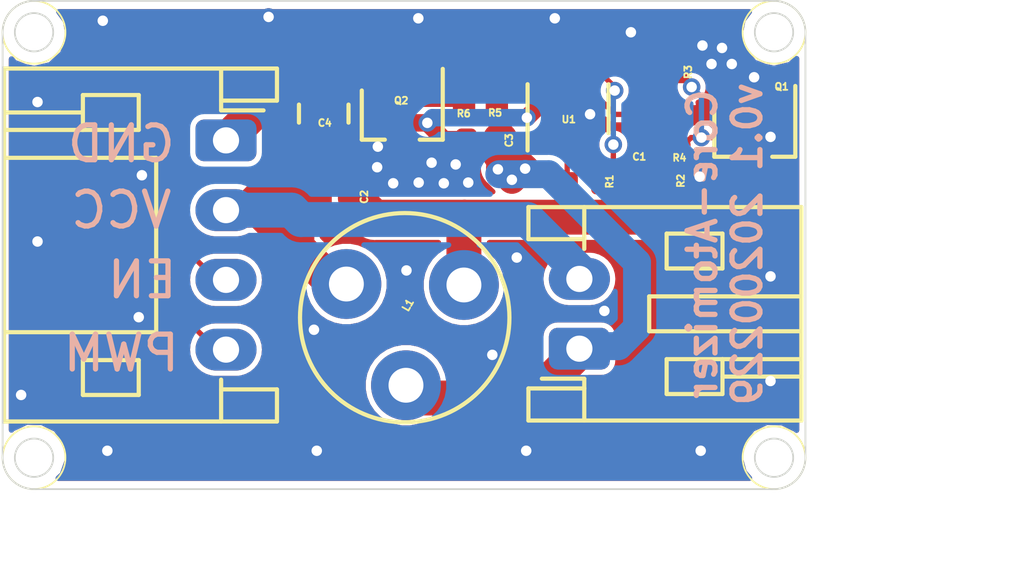
<source format=kicad_pcb>
(kicad_pcb (version 20171130) (host pcbnew "(5.1.4)-1")

  (general
    (thickness 1)
    (drawings 23)
    (tracks 180)
    (zones 0)
    (modules 16)
    (nets 12)
  )

  (page A4)
  (layers
    (0 F.Cu signal hide)
    (31 B.Cu signal hide)
    (32 B.Adhes user hide)
    (33 F.Adhes user hide)
    (34 B.Paste user hide)
    (35 F.Paste user hide)
    (36 B.SilkS user)
    (37 F.SilkS user)
    (38 B.Mask user hide)
    (39 F.Mask user hide)
    (40 Dwgs.User user)
    (41 Cmts.User user)
    (42 Eco1.User user)
    (43 Eco2.User user)
    (44 Edge.Cuts user)
    (45 Margin user)
    (46 B.CrtYd user)
    (47 F.CrtYd user)
    (48 B.Fab user)
    (49 F.Fab user)
  )

  (setup
    (last_trace_width 0.5)
    (user_trace_width 0.254)
    (user_trace_width 0.5)
    (user_trace_width 0.8)
    (user_trace_width 1)
    (trace_clearance 0.152)
    (zone_clearance 0.152)
    (zone_45_only no)
    (trace_min 0.152)
    (via_size 0.5)
    (via_drill 0.3)
    (via_min_size 0.5)
    (via_min_drill 0.3)
    (user_via 0.5 0.3)
    (uvia_size 0.4)
    (uvia_drill 0.2)
    (uvias_allowed no)
    (uvia_min_size 0.4)
    (uvia_min_drill 0.2)
    (edge_width 0.05)
    (segment_width 0.2)
    (pcb_text_width 0.3)
    (pcb_text_size 1.5 1.5)
    (mod_edge_width 0.12)
    (mod_text_size 1 1)
    (mod_text_width 0.15)
    (pad_size 1.524 1.524)
    (pad_drill 0.762)
    (pad_to_mask_clearance 0)
    (aux_axis_origin 0 0)
    (visible_elements FFFFFF7F)
    (pcbplotparams
      (layerselection 0x010fc_ffffffff)
      (usegerberextensions false)
      (usegerberattributes false)
      (usegerberadvancedattributes false)
      (creategerberjobfile false)
      (excludeedgelayer true)
      (linewidth 0.100000)
      (plotframeref false)
      (viasonmask false)
      (mode 1)
      (useauxorigin false)
      (hpglpennumber 1)
      (hpglpenspeed 20)
      (hpglpendiameter 15.000000)
      (psnegative false)
      (psa4output false)
      (plotreference true)
      (plotvalue true)
      (plotinvisibletext false)
      (padsonsilk false)
      (subtractmaskfromsilk false)
      (outputformat 1)
      (mirror false)
      (drillshape 1)
      (scaleselection 1)
      (outputdirectory ""))
  )

  (net 0 "")
  (net 1 "Net-(C1-Pad1)")
  (net 2 "Net-(C2-Pad2)")
  (net 3 /VCC)
  (net 4 "Net-(C3-Pad2)")
  (net 5 Earth)
  (net 6 /ENABLE)
  (net 7 /PWM)
  (net 8 "Net-(Q1-Pad1)")
  (net 9 "Net-(Q2-Pad1)")
  (net 10 "Net-(R1-Pad2)")
  (net 11 GND)

  (net_class Default 这是默认网络类。
    (clearance 0.152)
    (trace_width 0.152)
    (via_dia 0.5)
    (via_drill 0.3)
    (uvia_dia 0.4)
    (uvia_drill 0.2)
    (add_net /ENABLE)
    (add_net /PWM)
    (add_net /VCC)
    (add_net Earth)
    (add_net GND)
    (add_net "Net-(C1-Pad1)")
    (add_net "Net-(C2-Pad2)")
    (add_net "Net-(C3-Pad2)")
    (add_net "Net-(Q1-Pad1)")
    (add_net "Net-(Q2-Pad1)")
    (add_net "Net-(R1-Pad2)")
    (add_net "Net-(U1-Pad1)")
  )

  (module R_0402_1005Metric (layer F.Cu) (tedit 5B301BBD) (tstamp 5E5A67CE)
    (at 125.22 68.58 270)
    (descr "Resistor SMD 0402 (1005 Metric), square (rectangular) end terminal, IPC_7351 nominal, (Body size source: http://www.tortai-tech.com/upload/download/2011102023233369053.pdf), generated with kicad-footprint-generator")
    (tags resistor)
    (path /5E5B6F40)
    (attr smd)
    (fp_text reference R6 (at 0.75 0.01 180) (layer F.SilkS)
      (effects (font (size 0.2 0.2) (thickness 0.05)))
    )
    (fp_text value 10k (at -0.69 0.01 180) (layer F.Fab)
      (effects (font (size 0.2 0.2) (thickness 0.05)))
    )
    (fp_line (start -0.5 0.25) (end -0.5 -0.25) (layer F.Fab) (width 0.1))
    (fp_line (start -0.5 -0.25) (end 0.5 -0.25) (layer F.Fab) (width 0.1))
    (fp_line (start 0.5 -0.25) (end 0.5 0.25) (layer F.Fab) (width 0.1))
    (fp_line (start 0.5 0.25) (end -0.5 0.25) (layer F.Fab) (width 0.1))
    (fp_line (start -0.93 0.47) (end -0.93 -0.47) (layer F.CrtYd) (width 0.05))
    (fp_line (start -0.93 -0.47) (end 0.93 -0.47) (layer F.CrtYd) (width 0.05))
    (fp_line (start 0.93 -0.47) (end 0.93 0.47) (layer F.CrtYd) (width 0.05))
    (fp_line (start 0.93 0.47) (end -0.93 0.47) (layer F.CrtYd) (width 0.05))
    (fp_text user %R (at 0 0 90) (layer F.Fab)
      (effects (font (size 0.2 0.2) (thickness 0.05)))
    )
    (pad 1 smd roundrect (at -0.485 0 270) (size 0.59 0.64) (layers F.Cu F.Paste F.Mask) (roundrect_rratio 0.25)
      (net 9 "Net-(Q2-Pad1)"))
    (pad 2 smd roundrect (at 0.485 0 270) (size 0.59 0.64) (layers F.Cu F.Paste F.Mask) (roundrect_rratio 0.25)
      (net 5 Earth))
    (model ${KISYS3DMOD}/Resistor_SMD.3dshapes/R_0402_1005Metric.wrl
      (at (xyz 0 0 0))
      (scale (xyz 1 1 1))
      (rotate (xyz 0 0 0))
    )
  )

  (module C_0402_1005Metric (layer F.Cu) (tedit 5B301BBE) (tstamp 5E5A66B2)
    (at 130.24 69.84 270)
    (descr "Capacitor SMD 0402 (1005 Metric), square (rectangular) end terminal, IPC_7351 nominal, (Body size source: http://www.tortai-tech.com/upload/download/2011102023233369053.pdf), generated with kicad-footprint-generator")
    (tags capacitor)
    (path /5E5A95E7)
    (attr smd)
    (fp_text reference C1 (at 0.73 0 180) (layer F.SilkS)
      (effects (font (size 0.2 0.2) (thickness 0.05)))
    )
    (fp_text value 330pF (at -0.72 0.02 180) (layer F.Fab)
      (effects (font (size 0.2 0.2) (thickness 0.05)))
    )
    (fp_line (start -0.5 0.25) (end -0.5 -0.25) (layer F.Fab) (width 0.1))
    (fp_line (start -0.5 -0.25) (end 0.5 -0.25) (layer F.Fab) (width 0.1))
    (fp_line (start 0.5 -0.25) (end 0.5 0.25) (layer F.Fab) (width 0.1))
    (fp_line (start 0.5 0.25) (end -0.5 0.25) (layer F.Fab) (width 0.1))
    (fp_line (start -0.93 0.47) (end -0.93 -0.47) (layer F.CrtYd) (width 0.05))
    (fp_line (start -0.93 -0.47) (end 0.93 -0.47) (layer F.CrtYd) (width 0.05))
    (fp_line (start 0.93 -0.47) (end 0.93 0.47) (layer F.CrtYd) (width 0.05))
    (fp_line (start 0.93 0.47) (end -0.93 0.47) (layer F.CrtYd) (width 0.05))
    (fp_text user %R (at 0 0 90) (layer F.Fab)
      (effects (font (size 0.2 0.2) (thickness 0.05)))
    )
    (pad 1 smd roundrect (at -0.485 0 270) (size 0.59 0.64) (layers F.Cu F.Paste F.Mask) (roundrect_rratio 0.25)
      (net 1 "Net-(C1-Pad1)"))
    (pad 2 smd roundrect (at 0.485 0 270) (size 0.59 0.64) (layers F.Cu F.Paste F.Mask) (roundrect_rratio 0.25)
      (net 11 GND))
    (model ${KISYS3DMOD}/Capacitor_SMD.3dshapes/C_0402_1005Metric.wrl
      (at (xyz 0 0 0))
      (scale (xyz 1 1 1))
      (rotate (xyz 0 0 0))
    )
  )

  (module C_0402_1005Metric (layer F.Cu) (tedit 5B301BBE) (tstamp 5E5A66C1)
    (at 121.62 71.75)
    (descr "Capacitor SMD 0402 (1005 Metric), square (rectangular) end terminal, IPC_7351 nominal, (Body size source: http://www.tortai-tech.com/upload/download/2011102023233369053.pdf), generated with kicad-footprint-generator")
    (tags capacitor)
    (path /5E5A9E28)
    (attr smd)
    (fp_text reference C2 (at 0.74 -0.03 90) (layer F.SilkS)
      (effects (font (size 0.2 0.2) (thickness 0.05)))
    )
    (fp_text value 330pF (at -0.72 -0.03 90) (layer F.Fab)
      (effects (font (size 0.2 0.2) (thickness 0.05)))
    )
    (fp_text user %R (at 0 0) (layer F.Fab)
      (effects (font (size 0.2 0.2) (thickness 0.05)))
    )
    (fp_line (start 0.93 0.47) (end -0.93 0.47) (layer F.CrtYd) (width 0.05))
    (fp_line (start 0.93 -0.47) (end 0.93 0.47) (layer F.CrtYd) (width 0.05))
    (fp_line (start -0.93 -0.47) (end 0.93 -0.47) (layer F.CrtYd) (width 0.05))
    (fp_line (start -0.93 0.47) (end -0.93 -0.47) (layer F.CrtYd) (width 0.05))
    (fp_line (start 0.5 0.25) (end -0.5 0.25) (layer F.Fab) (width 0.1))
    (fp_line (start 0.5 -0.25) (end 0.5 0.25) (layer F.Fab) (width 0.1))
    (fp_line (start -0.5 -0.25) (end 0.5 -0.25) (layer F.Fab) (width 0.1))
    (fp_line (start -0.5 0.25) (end -0.5 -0.25) (layer F.Fab) (width 0.1))
    (pad 2 smd roundrect (at 0.485 0) (size 0.59 0.64) (layers F.Cu F.Paste F.Mask) (roundrect_rratio 0.25)
      (net 2 "Net-(C2-Pad2)"))
    (pad 1 smd roundrect (at -0.485 0) (size 0.59 0.64) (layers F.Cu F.Paste F.Mask) (roundrect_rratio 0.25)
      (net 3 /VCC))
    (model ${KISYS3DMOD}/Capacitor_SMD.3dshapes/C_0402_1005Metric.wrl
      (at (xyz 0 0 0))
      (scale (xyz 1 1 1))
      (rotate (xyz 0 0 0))
    )
  )

  (module C_0402_1005Metric (layer F.Cu) (tedit 5B301BBE) (tstamp 5E5A66D0)
    (at 125.77 70.08)
    (descr "Capacitor SMD 0402 (1005 Metric), square (rectangular) end terminal, IPC_7351 nominal, (Body size source: http://www.tortai-tech.com/upload/download/2011102023233369053.pdf), generated with kicad-footprint-generator")
    (tags capacitor)
    (path /5E5AB91F)
    (attr smd)
    (fp_text reference C3 (at 0.74 0.02 90) (layer F.SilkS)
      (effects (font (size 0.2 0.2) (thickness 0.05)))
    )
    (fp_text value 330pF (at -0.71 -0.04 90) (layer F.Fab)
      (effects (font (size 0.2 0.2) (thickness 0.05)))
    )
    (fp_line (start -0.5 0.25) (end -0.5 -0.25) (layer F.Fab) (width 0.1))
    (fp_line (start -0.5 -0.25) (end 0.5 -0.25) (layer F.Fab) (width 0.1))
    (fp_line (start 0.5 -0.25) (end 0.5 0.25) (layer F.Fab) (width 0.1))
    (fp_line (start 0.5 0.25) (end -0.5 0.25) (layer F.Fab) (width 0.1))
    (fp_line (start -0.93 0.47) (end -0.93 -0.47) (layer F.CrtYd) (width 0.05))
    (fp_line (start -0.93 -0.47) (end 0.93 -0.47) (layer F.CrtYd) (width 0.05))
    (fp_line (start 0.93 -0.47) (end 0.93 0.47) (layer F.CrtYd) (width 0.05))
    (fp_line (start 0.93 0.47) (end -0.93 0.47) (layer F.CrtYd) (width 0.05))
    (fp_text user %R (at 0 0) (layer F.Fab)
      (effects (font (size 0.2 0.2) (thickness 0.05)))
    )
    (pad 1 smd roundrect (at -0.485 0) (size 0.59 0.64) (layers F.Cu F.Paste F.Mask) (roundrect_rratio 0.25)
      (net 3 /VCC))
    (pad 2 smd roundrect (at 0.485 0) (size 0.59 0.64) (layers F.Cu F.Paste F.Mask) (roundrect_rratio 0.25)
      (net 4 "Net-(C3-Pad2)"))
    (model ${KISYS3DMOD}/Capacitor_SMD.3dshapes/C_0402_1005Metric.wrl
      (at (xyz 0 0 0))
      (scale (xyz 1 1 1))
      (rotate (xyz 0 0 0))
    )
  )

  (module Capacitor_SMD:C_0805_2012Metric (layer F.Cu) (tedit 5B36C52B) (tstamp 5E5A66E1)
    (at 121.2 69.3325 90)
    (descr "Capacitor SMD 0805 (2012 Metric), square (rectangular) end terminal, IPC_7351 nominal, (Body size source: https://docs.google.com/spreadsheets/d/1BsfQQcO9C6DZCsRaXUlFlo91Tg2WpOkGARC1WS5S8t0/edit?usp=sharing), generated with kicad-footprint-generator")
    (tags capacitor)
    (path /5E5D1C51)
    (attr smd)
    (fp_text reference C4 (at -0.2675 0.03 180) (layer F.SilkS)
      (effects (font (size 0.2 0.2) (thickness 0.05)))
    )
    (fp_text value 22uF (at 0.4125 0.05 180) (layer F.Fab)
      (effects (font (size 0.2 0.2) (thickness 0.05)))
    )
    (fp_line (start -1 0.6) (end -1 -0.6) (layer F.Fab) (width 0.1))
    (fp_line (start -1 -0.6) (end 1 -0.6) (layer F.Fab) (width 0.1))
    (fp_line (start 1 -0.6) (end 1 0.6) (layer F.Fab) (width 0.1))
    (fp_line (start 1 0.6) (end -1 0.6) (layer F.Fab) (width 0.1))
    (fp_line (start -0.258578 -0.71) (end 0.258578 -0.71) (layer F.SilkS) (width 0.12))
    (fp_line (start -0.258578 0.71) (end 0.258578 0.71) (layer F.SilkS) (width 0.12))
    (fp_line (start -1.68 0.95) (end -1.68 -0.95) (layer F.CrtYd) (width 0.05))
    (fp_line (start -1.68 -0.95) (end 1.68 -0.95) (layer F.CrtYd) (width 0.05))
    (fp_line (start 1.68 -0.95) (end 1.68 0.95) (layer F.CrtYd) (width 0.05))
    (fp_line (start 1.68 0.95) (end -1.68 0.95) (layer F.CrtYd) (width 0.05))
    (fp_text user %R (at 0 0 180) (layer F.Fab)
      (effects (font (size 0.2 0.2) (thickness 0.05)))
    )
    (pad 1 smd roundrect (at -0.9375 0 90) (size 0.975 1.4) (layers F.Cu F.Paste F.Mask) (roundrect_rratio 0.25)
      (net 3 /VCC))
    (pad 2 smd roundrect (at 0.9375 0 90) (size 0.975 1.4) (layers F.Cu F.Paste F.Mask) (roundrect_rratio 0.25)
      (net 5 Earth))
    (model ${KISYS3DMOD}/Capacitor_SMD.3dshapes/C_0805_2012Metric.wrl
      (at (xyz 0 0 0))
      (scale (xyz 1 1 1))
      (rotate (xyz 0 0 0))
    )
  )

  (module JST_PH_S4B-PH-K_1x04_P2.00mm_Horizontal (layer F.Cu) (tedit 5B7745C6) (tstamp 5E5A6712)
    (at 118.4 70.1 270)
    (descr "JST PH series connector, S4B-PH-K (http://www.jst-mfg.com/product/pdf/eng/ePH.pdf), generated with kicad-footprint-generator")
    (tags "connector JST PH top entry")
    (path /5E5AF9A3)
    (fp_text reference J1 (at 0.03 -0.07 90) (layer F.SilkS)
      (effects (font (size 0.2 0.2) (thickness 0.05)))
    )
    (fp_text value PH-4AW (at 2.97 0.89 270) (layer F.Fab)
      (effects (font (size 0.2 0.2) (thickness 0.05)))
    )
    (fp_line (start -0.86 0.14) (end -1.14 0.14) (layer F.SilkS) (width 0.12))
    (fp_line (start -1.14 0.14) (end -1.14 -1.46) (layer F.SilkS) (width 0.12))
    (fp_line (start -1.14 -1.46) (end -2.06 -1.46) (layer F.SilkS) (width 0.12))
    (fp_line (start -2.06 -1.46) (end -2.06 6.36) (layer F.SilkS) (width 0.12))
    (fp_line (start -2.06 6.36) (end 8.06 6.36) (layer F.SilkS) (width 0.12))
    (fp_line (start 8.06 6.36) (end 8.06 -1.46) (layer F.SilkS) (width 0.12))
    (fp_line (start 8.06 -1.46) (end 7.14 -1.46) (layer F.SilkS) (width 0.12))
    (fp_line (start 7.14 -1.46) (end 7.14 0.14) (layer F.SilkS) (width 0.12))
    (fp_line (start 7.14 0.14) (end 6.86 0.14) (layer F.SilkS) (width 0.12))
    (fp_line (start 0.5 6.36) (end 0.5 2) (layer F.SilkS) (width 0.12))
    (fp_line (start 0.5 2) (end 5.5 2) (layer F.SilkS) (width 0.12))
    (fp_line (start 5.5 2) (end 5.5 6.36) (layer F.SilkS) (width 0.12))
    (fp_line (start -2.06 0.14) (end -1.14 0.14) (layer F.SilkS) (width 0.12))
    (fp_line (start 8.06 0.14) (end 7.14 0.14) (layer F.SilkS) (width 0.12))
    (fp_line (start -1.3 2.5) (end -1.3 4.1) (layer F.SilkS) (width 0.12))
    (fp_line (start -1.3 4.1) (end -0.3 4.1) (layer F.SilkS) (width 0.12))
    (fp_line (start -0.3 4.1) (end -0.3 2.5) (layer F.SilkS) (width 0.12))
    (fp_line (start -0.3 2.5) (end -1.3 2.5) (layer F.SilkS) (width 0.12))
    (fp_line (start 7.3 2.5) (end 7.3 4.1) (layer F.SilkS) (width 0.12))
    (fp_line (start 7.3 4.1) (end 6.3 4.1) (layer F.SilkS) (width 0.12))
    (fp_line (start 6.3 4.1) (end 6.3 2.5) (layer F.SilkS) (width 0.12))
    (fp_line (start 6.3 2.5) (end 7.3 2.5) (layer F.SilkS) (width 0.12))
    (fp_line (start -0.3 4.1) (end -0.3 6.36) (layer F.SilkS) (width 0.12))
    (fp_line (start -0.8 4.1) (end -0.8 6.36) (layer F.SilkS) (width 0.12))
    (fp_line (start -2.45 -1.85) (end -2.45 6.75) (layer F.CrtYd) (width 0.05))
    (fp_line (start -2.45 6.75) (end 8.45 6.75) (layer F.CrtYd) (width 0.05))
    (fp_line (start 8.45 6.75) (end 8.45 -1.85) (layer F.CrtYd) (width 0.05))
    (fp_line (start 8.45 -1.85) (end -2.45 -1.85) (layer F.CrtYd) (width 0.05))
    (fp_line (start -1.25 0.25) (end -1.25 -1.35) (layer F.Fab) (width 0.1))
    (fp_line (start -1.25 -1.35) (end -1.95 -1.35) (layer F.Fab) (width 0.1))
    (fp_line (start -1.95 -1.35) (end -1.95 6.25) (layer F.Fab) (width 0.1))
    (fp_line (start -1.95 6.25) (end 7.95 6.25) (layer F.Fab) (width 0.1))
    (fp_line (start 7.95 6.25) (end 7.95 -1.35) (layer F.Fab) (width 0.1))
    (fp_line (start 7.95 -1.35) (end 7.25 -1.35) (layer F.Fab) (width 0.1))
    (fp_line (start 7.25 -1.35) (end 7.25 0.25) (layer F.Fab) (width 0.1))
    (fp_line (start 7.25 0.25) (end -1.25 0.25) (layer F.Fab) (width 0.1))
    (fp_line (start -0.86 0.14) (end -0.86 -1.075) (layer F.SilkS) (width 0.12))
    (fp_line (start 0 0.875) (end -0.5 1.375) (layer F.Fab) (width 0.1))
    (fp_line (start -0.5 1.375) (end 0.5 1.375) (layer F.Fab) (width 0.1))
    (fp_line (start 0.5 1.375) (end 0 0.875) (layer F.Fab) (width 0.1))
    (fp_text user %R (at 3 2.5 90) (layer F.Fab)
      (effects (font (size 0.2 0.2) (thickness 0.05)))
    )
    (pad 1 thru_hole roundrect (at 0 0 270) (size 1.2 1.75) (drill 0.75) (layers *.Cu *.Mask) (roundrect_rratio 0.208333)
      (net 5 Earth))
    (pad 2 thru_hole oval (at 2 0 270) (size 1.2 1.75) (drill 0.75) (layers *.Cu *.Mask)
      (net 3 /VCC))
    (pad 3 thru_hole oval (at 4 0 270) (size 1.2 1.75) (drill 0.75) (layers *.Cu *.Mask)
      (net 6 /ENABLE))
    (pad 4 thru_hole oval (at 6 0 270) (size 1.2 1.75) (drill 0.75) (layers *.Cu *.Mask)
      (net 7 /PWM))
    (model ${KISYS3DMOD}/Connector_JST.3dshapes/JST_PH_S4B-PH-K_1x04_P2.00mm_Horizontal.wrl
      (at (xyz 0 0 0))
      (scale (xyz 1 1 1))
      (rotate (xyz 0 0 0))
    )
  )

  (module Connector_JST:JST_PH_S2B-PH-K_1x02_P2.00mm_Horizontal (layer F.Cu) (tedit 5B7745C6) (tstamp 5E5A6741)
    (at 128.524 76.073 90)
    (descr "JST PH series connector, S2B-PH-K (http://www.jst-mfg.com/product/pdf/eng/ePH.pdf), generated with kicad-footprint-generator")
    (tags "connector JST PH top entry")
    (path /5E5ADDC9)
    (fp_text reference J2 (at -0.087 -0.094 180) (layer F.SilkS)
      (effects (font (size 0.2 0.2) (thickness 0.05)))
    )
    (fp_text value PH-2AW环保 (at 1.793 2.106 180) (layer F.Fab)
      (effects (font (size 0.2 0.2) (thickness 0.05)))
    )
    (fp_line (start -0.86 0.14) (end -1.14 0.14) (layer F.SilkS) (width 0.12))
    (fp_line (start -1.14 0.14) (end -1.14 -1.46) (layer F.SilkS) (width 0.12))
    (fp_line (start -1.14 -1.46) (end -2.06 -1.46) (layer F.SilkS) (width 0.12))
    (fp_line (start -2.06 -1.46) (end -2.06 6.36) (layer F.SilkS) (width 0.12))
    (fp_line (start -2.06 6.36) (end 4.06 6.36) (layer F.SilkS) (width 0.12))
    (fp_line (start 4.06 6.36) (end 4.06 -1.46) (layer F.SilkS) (width 0.12))
    (fp_line (start 4.06 -1.46) (end 3.14 -1.46) (layer F.SilkS) (width 0.12))
    (fp_line (start 3.14 -1.46) (end 3.14 0.14) (layer F.SilkS) (width 0.12))
    (fp_line (start 3.14 0.14) (end 2.86 0.14) (layer F.SilkS) (width 0.12))
    (fp_line (start 0.5 6.36) (end 0.5 2) (layer F.SilkS) (width 0.12))
    (fp_line (start 0.5 2) (end 1.5 2) (layer F.SilkS) (width 0.12))
    (fp_line (start 1.5 2) (end 1.5 6.36) (layer F.SilkS) (width 0.12))
    (fp_line (start -2.06 0.14) (end -1.14 0.14) (layer F.SilkS) (width 0.12))
    (fp_line (start 4.06 0.14) (end 3.14 0.14) (layer F.SilkS) (width 0.12))
    (fp_line (start -1.3 2.5) (end -1.3 4.1) (layer F.SilkS) (width 0.12))
    (fp_line (start -1.3 4.1) (end -0.3 4.1) (layer F.SilkS) (width 0.12))
    (fp_line (start -0.3 4.1) (end -0.3 2.5) (layer F.SilkS) (width 0.12))
    (fp_line (start -0.3 2.5) (end -1.3 2.5) (layer F.SilkS) (width 0.12))
    (fp_line (start 3.3 2.5) (end 3.3 4.1) (layer F.SilkS) (width 0.12))
    (fp_line (start 3.3 4.1) (end 2.3 4.1) (layer F.SilkS) (width 0.12))
    (fp_line (start 2.3 4.1) (end 2.3 2.5) (layer F.SilkS) (width 0.12))
    (fp_line (start 2.3 2.5) (end 3.3 2.5) (layer F.SilkS) (width 0.12))
    (fp_line (start -0.3 4.1) (end -0.3 6.36) (layer F.SilkS) (width 0.12))
    (fp_line (start -0.8 4.1) (end -0.8 6.36) (layer F.SilkS) (width 0.12))
    (fp_line (start -2.45 -1.85) (end -2.45 6.75) (layer F.CrtYd) (width 0.05))
    (fp_line (start -2.45 6.75) (end 4.45 6.75) (layer F.CrtYd) (width 0.05))
    (fp_line (start 4.45 6.75) (end 4.45 -1.85) (layer F.CrtYd) (width 0.05))
    (fp_line (start 4.45 -1.85) (end -2.45 -1.85) (layer F.CrtYd) (width 0.05))
    (fp_line (start -1.25 0.25) (end -1.25 -1.35) (layer F.Fab) (width 0.1))
    (fp_line (start -1.25 -1.35) (end -1.95 -1.35) (layer F.Fab) (width 0.1))
    (fp_line (start -1.95 -1.35) (end -1.95 6.25) (layer F.Fab) (width 0.1))
    (fp_line (start -1.95 6.25) (end 3.95 6.25) (layer F.Fab) (width 0.1))
    (fp_line (start 3.95 6.25) (end 3.95 -1.35) (layer F.Fab) (width 0.1))
    (fp_line (start 3.95 -1.35) (end 3.25 -1.35) (layer F.Fab) (width 0.1))
    (fp_line (start 3.25 -1.35) (end 3.25 0.25) (layer F.Fab) (width 0.1))
    (fp_line (start 3.25 0.25) (end -1.25 0.25) (layer F.Fab) (width 0.1))
    (fp_line (start -0.86 0.14) (end -0.86 -1.075) (layer F.SilkS) (width 0.12))
    (fp_line (start 0 0.875) (end -0.5 1.375) (layer F.Fab) (width 0.1))
    (fp_line (start -0.5 1.375) (end 0.5 1.375) (layer F.Fab) (width 0.1))
    (fp_line (start 0.5 1.375) (end 0 0.875) (layer F.Fab) (width 0.1))
    (fp_text user %R (at 1 2.5 180) (layer F.Fab)
      (effects (font (size 0.2 0.2) (thickness 0.05)))
    )
    (pad 1 thru_hole roundrect (at 0 0 90) (size 1.2 1.75) (drill 0.75) (layers *.Cu *.Mask) (roundrect_rratio 0.208333)
      (net 4 "Net-(C3-Pad2)"))
    (pad 2 thru_hole oval (at 2 0 90) (size 1.2 1.75) (drill 0.75) (layers *.Cu *.Mask)
      (net 3 /VCC))
    (model ${KISYS3DMOD}/Connector_JST.3dshapes/JST_PH_S2B-PH-K_1x02_P2.00mm_Horizontal.wrl
      (at (xyz 0 0 0))
      (scale (xyz 1 1 1))
      (rotate (xyz 0 0 0))
    )
  )

  (module Inductor_3Pins_6x8mm (layer F.Cu) (tedit 5E5A139A) (tstamp 5E5A674A)
    (at 123.52 75.184 60)
    (path /5E5A1E34)
    (fp_text reference L1 (at 0.36 -0.1 60) (layer F.SilkS)
      (effects (font (size 0.2 0.2) (thickness 0.05)))
    )
    (fp_text value IND_3Pins_22uH_720uH_6x8mm (at -0.004049 -0.575013 60) (layer F.Fab)
      (effects (font (size 0.2 0.2) (thickness 0.05)))
    )
    (fp_circle (center 0 0) (end 3 0) (layer F.SilkS) (width 0.12))
    (fp_text user %R (at 0.36 -0.1 60) (layer F.Fab)
      (effects (font (size 0.2 0.2) (thickness 0.05)))
    )
    (pad 1 thru_hole circle (at 0 -1.93 60) (size 2 2) (drill 1) (layers *.Cu *.Mask)
      (net 3 /VCC))
    (pad 2 thru_hole circle (at -1.66 1 60) (size 2 2) (drill 1) (layers *.Cu *.Mask)
      (net 4 "Net-(C3-Pad2)"))
    (pad 3 thru_hole circle (at 1.66 1 60) (size 2 2) (drill 1) (layers *.Cu *.Mask)
      (net 2 "Net-(C2-Pad2)"))
  )

  (module SOT-323_SC-70 (layer F.Cu) (tedit 5A02FF57) (tstamp 5E5A675F)
    (at 133.55 69.84 270)
    (descr "SOT-323, SC-70")
    (tags "SOT-323 SC-70")
    (path /5E5A2DFA)
    (attr smd)
    (fp_text reference Q1 (at -1.28 -0.77 180) (layer F.SilkS)
      (effects (font (size 0.2 0.2) (thickness 0.05)))
    )
    (fp_text value CJ2102 (at 0.35 0.09) (layer F.Fab)
      (effects (font (size 0.2 0.2) (thickness 0.05)))
    )
    (fp_text user %R (at 0 0) (layer F.Fab)
      (effects (font (size 0.2 0.2) (thickness 0.05)))
    )
    (fp_line (start 0.73 0.5) (end 0.73 1.16) (layer F.SilkS) (width 0.12))
    (fp_line (start 0.73 -1.16) (end 0.73 -0.5) (layer F.SilkS) (width 0.12))
    (fp_line (start 1.7 1.3) (end -1.7 1.3) (layer F.CrtYd) (width 0.05))
    (fp_line (start 1.7 -1.3) (end 1.7 1.3) (layer F.CrtYd) (width 0.05))
    (fp_line (start -1.7 -1.3) (end 1.7 -1.3) (layer F.CrtYd) (width 0.05))
    (fp_line (start -1.7 1.3) (end -1.7 -1.3) (layer F.CrtYd) (width 0.05))
    (fp_line (start 0.73 -1.16) (end -1.3 -1.16) (layer F.SilkS) (width 0.12))
    (fp_line (start -0.68 1.16) (end 0.73 1.16) (layer F.SilkS) (width 0.12))
    (fp_line (start 0.67 -1.1) (end -0.18 -1.1) (layer F.Fab) (width 0.1))
    (fp_line (start -0.68 -0.6) (end -0.68 1.1) (layer F.Fab) (width 0.1))
    (fp_line (start 0.67 -1.1) (end 0.67 1.1) (layer F.Fab) (width 0.1))
    (fp_line (start 0.67 1.1) (end -0.68 1.1) (layer F.Fab) (width 0.1))
    (fp_line (start -0.18 -1.1) (end -0.68 -0.6) (layer F.Fab) (width 0.1))
    (pad 1 smd rect (at -1 -0.65 180) (size 0.45 0.7) (layers F.Cu F.Paste F.Mask)
      (net 8 "Net-(Q1-Pad1)"))
    (pad 2 smd rect (at -1 0.65 180) (size 0.45 0.7) (layers F.Cu F.Paste F.Mask)
      (net 11 GND))
    (pad 3 smd rect (at 1 0 180) (size 0.45 0.7) (layers F.Cu F.Paste F.Mask)
      (net 2 "Net-(C2-Pad2)"))
    (model ${KISYS3DMOD}/Package_TO_SOT_SMD.3dshapes/SOT-323_SC-70.wrl
      (at (xyz 0 0 0))
      (scale (xyz 1 1 1))
      (rotate (xyz 0 0 0))
    )
  )

  (module SOT-323_SC-70 (layer F.Cu) (tedit 5A02FF57) (tstamp 5E5A6774)
    (at 123.45 69.35 270)
    (descr "SOT-323, SC-70")
    (tags "SOT-323 SC-70")
    (path /5E5B3B3A)
    (attr smd)
    (fp_text reference Q2 (at -0.39 0.03 180) (layer F.SilkS)
      (effects (font (size 0.2 0.2) (thickness 0.05)))
    )
    (fp_text value CJ2102 (at 0.4 0.01 180) (layer F.Fab)
      (effects (font (size 0.2 0.2) (thickness 0.05)))
    )
    (fp_line (start -0.18 -1.1) (end -0.68 -0.6) (layer F.Fab) (width 0.1))
    (fp_line (start 0.67 1.1) (end -0.68 1.1) (layer F.Fab) (width 0.1))
    (fp_line (start 0.67 -1.1) (end 0.67 1.1) (layer F.Fab) (width 0.1))
    (fp_line (start -0.68 -0.6) (end -0.68 1.1) (layer F.Fab) (width 0.1))
    (fp_line (start 0.67 -1.1) (end -0.18 -1.1) (layer F.Fab) (width 0.1))
    (fp_line (start -0.68 1.16) (end 0.73 1.16) (layer F.SilkS) (width 0.12))
    (fp_line (start 0.73 -1.16) (end -1.3 -1.16) (layer F.SilkS) (width 0.12))
    (fp_line (start -1.7 1.3) (end -1.7 -1.3) (layer F.CrtYd) (width 0.05))
    (fp_line (start -1.7 -1.3) (end 1.7 -1.3) (layer F.CrtYd) (width 0.05))
    (fp_line (start 1.7 -1.3) (end 1.7 1.3) (layer F.CrtYd) (width 0.05))
    (fp_line (start 1.7 1.3) (end -1.7 1.3) (layer F.CrtYd) (width 0.05))
    (fp_line (start 0.73 -1.16) (end 0.73 -0.5) (layer F.SilkS) (width 0.12))
    (fp_line (start 0.73 0.5) (end 0.73 1.16) (layer F.SilkS) (width 0.12))
    (fp_text user %R (at 0 0) (layer F.Fab)
      (effects (font (size 0.2 0.2) (thickness 0.05)))
    )
    (pad 3 smd rect (at 1 0 180) (size 0.45 0.7) (layers F.Cu F.Paste F.Mask)
      (net 11 GND))
    (pad 2 smd rect (at -1 0.65 180) (size 0.45 0.7) (layers F.Cu F.Paste F.Mask)
      (net 5 Earth))
    (pad 1 smd rect (at -1 -0.65 180) (size 0.45 0.7) (layers F.Cu F.Paste F.Mask)
      (net 9 "Net-(Q2-Pad1)"))
    (model ${KISYS3DMOD}/Package_TO_SOT_SMD.3dshapes/SOT-323_SC-70.wrl
      (at (xyz 0 0 0))
      (scale (xyz 1 1 1))
      (rotate (xyz 0 0 0))
    )
  )

  (module R_0402_1005Metric (layer F.Cu) (tedit 5B301BBD) (tstamp 5E5A6783)
    (at 128.67 71.33)
    (descr "Resistor SMD 0402 (1005 Metric), square (rectangular) end terminal, IPC_7351 nominal, (Body size source: http://www.tortai-tech.com/upload/download/2011102023233369053.pdf), generated with kicad-footprint-generator")
    (tags resistor)
    (path /5E5A72FA)
    (attr smd)
    (fp_text reference R1 (at 0.72 -0.05 90) (layer F.SilkS)
      (effects (font (size 0.2 0.2) (thickness 0.05)))
    )
    (fp_text value 10k (at -0.73 -0.11 90) (layer F.Fab)
      (effects (font (size 0.2 0.2) (thickness 0.05)))
    )
    (fp_line (start -0.5 0.25) (end -0.5 -0.25) (layer F.Fab) (width 0.1))
    (fp_line (start -0.5 -0.25) (end 0.5 -0.25) (layer F.Fab) (width 0.1))
    (fp_line (start 0.5 -0.25) (end 0.5 0.25) (layer F.Fab) (width 0.1))
    (fp_line (start 0.5 0.25) (end -0.5 0.25) (layer F.Fab) (width 0.1))
    (fp_line (start -0.93 0.47) (end -0.93 -0.47) (layer F.CrtYd) (width 0.05))
    (fp_line (start -0.93 -0.47) (end 0.93 -0.47) (layer F.CrtYd) (width 0.05))
    (fp_line (start 0.93 -0.47) (end 0.93 0.47) (layer F.CrtYd) (width 0.05))
    (fp_line (start 0.93 0.47) (end -0.93 0.47) (layer F.CrtYd) (width 0.05))
    (fp_text user %R (at 0 0) (layer F.Fab)
      (effects (font (size 0.2 0.2) (thickness 0.05)))
    )
    (pad 1 smd roundrect (at -0.485 0) (size 0.59 0.64) (layers F.Cu F.Paste F.Mask) (roundrect_rratio 0.25)
      (net 1 "Net-(C1-Pad1)"))
    (pad 2 smd roundrect (at 0.485 0) (size 0.59 0.64) (layers F.Cu F.Paste F.Mask) (roundrect_rratio 0.25)
      (net 10 "Net-(R1-Pad2)"))
    (model ${KISYS3DMOD}/Resistor_SMD.3dshapes/R_0402_1005Metric.wrl
      (at (xyz 0 0 0))
      (scale (xyz 1 1 1))
      (rotate (xyz 0 0 0))
    )
  )

  (module R_0402_1005Metric (layer F.Cu) (tedit 5B301BBD) (tstamp 5E5A6792)
    (at 130.71 71.3)
    (descr "Resistor SMD 0402 (1005 Metric), square (rectangular) end terminal, IPC_7351 nominal, (Body size source: http://www.tortai-tech.com/upload/download/2011102023233369053.pdf), generated with kicad-footprint-generator")
    (tags resistor)
    (path /5E5A4E8A)
    (attr smd)
    (fp_text reference R2 (at 0.72 -0.04 90) (layer F.SilkS)
      (effects (font (size 0.2 0.2) (thickness 0.05)))
    )
    (fp_text value 1k (at -0.71 -0.01 90) (layer F.Fab)
      (effects (font (size 0.2 0.2) (thickness 0.05)))
    )
    (fp_line (start -0.5 0.25) (end -0.5 -0.25) (layer F.Fab) (width 0.1))
    (fp_line (start -0.5 -0.25) (end 0.5 -0.25) (layer F.Fab) (width 0.1))
    (fp_line (start 0.5 -0.25) (end 0.5 0.25) (layer F.Fab) (width 0.1))
    (fp_line (start 0.5 0.25) (end -0.5 0.25) (layer F.Fab) (width 0.1))
    (fp_line (start -0.93 0.47) (end -0.93 -0.47) (layer F.CrtYd) (width 0.05))
    (fp_line (start -0.93 -0.47) (end 0.93 -0.47) (layer F.CrtYd) (width 0.05))
    (fp_line (start 0.93 -0.47) (end 0.93 0.47) (layer F.CrtYd) (width 0.05))
    (fp_line (start 0.93 0.47) (end -0.93 0.47) (layer F.CrtYd) (width 0.05))
    (fp_text user %R (at 0 0) (layer F.Fab)
      (effects (font (size 0.2 0.2) (thickness 0.05)))
    )
    (pad 1 smd roundrect (at -0.485 0) (size 0.59 0.64) (layers F.Cu F.Paste F.Mask) (roundrect_rratio 0.25)
      (net 10 "Net-(R1-Pad2)"))
    (pad 2 smd roundrect (at 0.485 0) (size 0.59 0.64) (layers F.Cu F.Paste F.Mask) (roundrect_rratio 0.25)
      (net 8 "Net-(Q1-Pad1)"))
    (model ${KISYS3DMOD}/Resistor_SMD.3dshapes/R_0402_1005Metric.wrl
      (at (xyz 0 0 0))
      (scale (xyz 1 1 1))
      (rotate (xyz 0 0 0))
    )
  )

  (module R_0402_1005Metric (layer F.Cu) (tedit 5B301BBD) (tstamp 5E5A67A1)
    (at 130.89 68.14 180)
    (descr "Resistor SMD 0402 (1005 Metric), square (rectangular) end terminal, IPC_7351 nominal, (Body size source: http://www.tortai-tech.com/upload/download/2011102023233369053.pdf), generated with kicad-footprint-generator")
    (tags resistor)
    (path /5E5B2B0D)
    (attr smd)
    (fp_text reference R3 (at -0.75 0 90) (layer F.SilkS)
      (effects (font (size 0.2 0.2) (thickness 0.05)))
    )
    (fp_text value 1k (at 0.71 0.02 90) (layer F.Fab)
      (effects (font (size 0.2 0.2) (thickness 0.05)))
    )
    (fp_text user %R (at 0 0) (layer F.Fab)
      (effects (font (size 0.2 0.2) (thickness 0.05)))
    )
    (fp_line (start 0.93 0.47) (end -0.93 0.47) (layer F.CrtYd) (width 0.05))
    (fp_line (start 0.93 -0.47) (end 0.93 0.47) (layer F.CrtYd) (width 0.05))
    (fp_line (start -0.93 -0.47) (end 0.93 -0.47) (layer F.CrtYd) (width 0.05))
    (fp_line (start -0.93 0.47) (end -0.93 -0.47) (layer F.CrtYd) (width 0.05))
    (fp_line (start 0.5 0.25) (end -0.5 0.25) (layer F.Fab) (width 0.1))
    (fp_line (start 0.5 -0.25) (end 0.5 0.25) (layer F.Fab) (width 0.1))
    (fp_line (start -0.5 -0.25) (end 0.5 -0.25) (layer F.Fab) (width 0.1))
    (fp_line (start -0.5 0.25) (end -0.5 -0.25) (layer F.Fab) (width 0.1))
    (pad 2 smd roundrect (at 0.485 0 180) (size 0.59 0.64) (layers F.Cu F.Paste F.Mask) (roundrect_rratio 0.25)
      (net 7 /PWM))
    (pad 1 smd roundrect (at -0.485 0 180) (size 0.59 0.64) (layers F.Cu F.Paste F.Mask) (roundrect_rratio 0.25)
      (net 8 "Net-(Q1-Pad1)"))
    (model ${KISYS3DMOD}/Resistor_SMD.3dshapes/R_0402_1005Metric.wrl
      (at (xyz 0 0 0))
      (scale (xyz 1 1 1))
      (rotate (xyz 0 0 0))
    )
  )

  (module R_0402_1005Metric (layer F.Cu) (tedit 5B301BBD) (tstamp 5E5A67B0)
    (at 131.39 69.87 90)
    (descr "Resistor SMD 0402 (1005 Metric), square (rectangular) end terminal, IPC_7351 nominal, (Body size source: http://www.tortai-tech.com/upload/download/2011102023233369053.pdf), generated with kicad-footprint-generator")
    (tags resistor)
    (path /5E5A569B)
    (attr smd)
    (fp_text reference R4 (at -0.73 0 180) (layer F.SilkS)
      (effects (font (size 0.2 0.2) (thickness 0.05)))
    )
    (fp_text value 10k (at 0.75 -0.15 180) (layer F.Fab)
      (effects (font (size 0.2 0.2) (thickness 0.05)))
    )
    (fp_text user %R (at 0 0 90) (layer F.Fab)
      (effects (font (size 0.2 0.2) (thickness 0.05)))
    )
    (fp_line (start 0.93 0.47) (end -0.93 0.47) (layer F.CrtYd) (width 0.05))
    (fp_line (start 0.93 -0.47) (end 0.93 0.47) (layer F.CrtYd) (width 0.05))
    (fp_line (start -0.93 -0.47) (end 0.93 -0.47) (layer F.CrtYd) (width 0.05))
    (fp_line (start -0.93 0.47) (end -0.93 -0.47) (layer F.CrtYd) (width 0.05))
    (fp_line (start 0.5 0.25) (end -0.5 0.25) (layer F.Fab) (width 0.1))
    (fp_line (start 0.5 -0.25) (end 0.5 0.25) (layer F.Fab) (width 0.1))
    (fp_line (start -0.5 -0.25) (end 0.5 -0.25) (layer F.Fab) (width 0.1))
    (fp_line (start -0.5 0.25) (end -0.5 -0.25) (layer F.Fab) (width 0.1))
    (pad 2 smd roundrect (at 0.485 0 90) (size 0.59 0.64) (layers F.Cu F.Paste F.Mask) (roundrect_rratio 0.25)
      (net 11 GND))
    (pad 1 smd roundrect (at -0.485 0 90) (size 0.59 0.64) (layers F.Cu F.Paste F.Mask) (roundrect_rratio 0.25)
      (net 8 "Net-(Q1-Pad1)"))
    (model ${KISYS3DMOD}/Resistor_SMD.3dshapes/R_0402_1005Metric.wrl
      (at (xyz 0 0 0))
      (scale (xyz 1 1 1))
      (rotate (xyz 0 0 0))
    )
  )

  (module R_0402_1005Metric (layer F.Cu) (tedit 5B301BBD) (tstamp 5E5A67BF)
    (at 126.16 68.58 270)
    (descr "Resistor SMD 0402 (1005 Metric), square (rectangular) end terminal, IPC_7351 nominal, (Body size source: http://www.tortai-tech.com/upload/download/2011102023233369053.pdf), generated with kicad-footprint-generator")
    (tags resistor)
    (path /5E5B544D)
    (attr smd)
    (fp_text reference R5 (at 0.73 0.05 180) (layer F.SilkS)
      (effects (font (size 0.2 0.2) (thickness 0.05)))
    )
    (fp_text value 1k (at -0.71 0.03 180) (layer F.Fab)
      (effects (font (size 0.2 0.2) (thickness 0.05)))
    )
    (fp_text user %R (at 0 0 90) (layer F.Fab)
      (effects (font (size 0.2 0.2) (thickness 0.05)))
    )
    (fp_line (start 0.93 0.47) (end -0.93 0.47) (layer F.CrtYd) (width 0.05))
    (fp_line (start 0.93 -0.47) (end 0.93 0.47) (layer F.CrtYd) (width 0.05))
    (fp_line (start -0.93 -0.47) (end 0.93 -0.47) (layer F.CrtYd) (width 0.05))
    (fp_line (start -0.93 0.47) (end -0.93 -0.47) (layer F.CrtYd) (width 0.05))
    (fp_line (start 0.5 0.25) (end -0.5 0.25) (layer F.Fab) (width 0.1))
    (fp_line (start 0.5 -0.25) (end 0.5 0.25) (layer F.Fab) (width 0.1))
    (fp_line (start -0.5 -0.25) (end 0.5 -0.25) (layer F.Fab) (width 0.1))
    (fp_line (start -0.5 0.25) (end -0.5 -0.25) (layer F.Fab) (width 0.1))
    (pad 2 smd roundrect (at 0.485 0 270) (size 0.59 0.64) (layers F.Cu F.Paste F.Mask) (roundrect_rratio 0.25)
      (net 6 /ENABLE))
    (pad 1 smd roundrect (at -0.485 0 270) (size 0.59 0.64) (layers F.Cu F.Paste F.Mask) (roundrect_rratio 0.25)
      (net 9 "Net-(Q2-Pad1)"))
    (model ${KISYS3DMOD}/Resistor_SMD.3dshapes/R_0402_1005Metric.wrl
      (at (xyz 0 0 0))
      (scale (xyz 1 1 1))
      (rotate (xyz 0 0 0))
    )
  )

  (module SOT-353_SC-70-5 (layer F.Cu) (tedit 5A02FF57) (tstamp 5E5A67E3)
    (at 128.2 69.19 90)
    (descr "SOT-353, SC-70-5")
    (tags "SOT-353 SC-70-5")
    (path /5E5A1097)
    (attr smd)
    (fp_text reference U1 (at -0.31 0.02 180) (layer F.SilkS)
      (effects (font (size 0.2 0.2) (thickness 0.05)))
    )
    (fp_text value NL17SZ14DFT2G (at -1.01 0.14) (layer F.Fab)
      (effects (font (size 0.2 0.2) (thickness 0.05)))
    )
    (fp_text user %R (at 0 0) (layer F.Fab)
      (effects (font (size 0.2 0.2) (thickness 0.05)))
    )
    (fp_line (start 0.7 -1.16) (end -1.2 -1.16) (layer F.SilkS) (width 0.12))
    (fp_line (start -0.7 1.16) (end 0.7 1.16) (layer F.SilkS) (width 0.12))
    (fp_line (start 1.6 1.4) (end 1.6 -1.4) (layer F.CrtYd) (width 0.05))
    (fp_line (start -1.6 -1.4) (end -1.6 1.4) (layer F.CrtYd) (width 0.05))
    (fp_line (start -1.6 -1.4) (end 1.6 -1.4) (layer F.CrtYd) (width 0.05))
    (fp_line (start 0.675 -1.1) (end -0.175 -1.1) (layer F.Fab) (width 0.1))
    (fp_line (start -0.675 -0.6) (end -0.675 1.1) (layer F.Fab) (width 0.1))
    (fp_line (start -1.6 1.4) (end 1.6 1.4) (layer F.CrtYd) (width 0.05))
    (fp_line (start 0.675 -1.1) (end 0.675 1.1) (layer F.Fab) (width 0.1))
    (fp_line (start 0.675 1.1) (end -0.675 1.1) (layer F.Fab) (width 0.1))
    (fp_line (start -0.175 -1.1) (end -0.675 -0.6) (layer F.Fab) (width 0.1))
    (pad 1 smd rect (at -0.95 -0.65 90) (size 0.65 0.4) (layers F.Cu F.Paste F.Mask))
    (pad 3 smd rect (at -0.95 0.65 90) (size 0.65 0.4) (layers F.Cu F.Paste F.Mask)
      (net 11 GND))
    (pad 2 smd rect (at -0.95 0 90) (size 0.65 0.4) (layers F.Cu F.Paste F.Mask)
      (net 1 "Net-(C1-Pad1)"))
    (pad 4 smd rect (at 0.95 0.65 90) (size 0.65 0.4) (layers F.Cu F.Paste F.Mask)
      (net 10 "Net-(R1-Pad2)"))
    (pad 5 smd rect (at 0.95 -0.65 90) (size 0.65 0.4) (layers F.Cu F.Paste F.Mask)
      (net 3 /VCC))
    (model ${KISYS3DMOD}/Package_TO_SOT_SMD.3dshapes/SOT-353_SC-70-5.wrl
      (at (xyz 0 0 0))
      (scale (xyz 1 1 1))
      (rotate (xyz 0 0 0))
    )
  )

  (dimension 23 (width 0.15) (layer Eco1.User)
    (gr_text "23.000 mm" (at 123.5 83.6) (layer Eco1.User)
      (effects (font (size 1 1) (thickness 0.15)))
    )
    (feature1 (pts (xy 135 79.14) (xy 135 82.886421)))
    (feature2 (pts (xy 112 79.14) (xy 112 82.886421)))
    (crossbar (pts (xy 112 82.3) (xy 135 82.3)))
    (arrow1a (pts (xy 135 82.3) (xy 133.873496 82.886421)))
    (arrow1b (pts (xy 135 82.3) (xy 133.873496 81.713579)))
    (arrow2a (pts (xy 112 82.3) (xy 113.126504 82.886421)))
    (arrow2b (pts (xy 112 82.3) (xy 113.126504 81.713579)))
  )
  (dimension 13.88 (width 0.15) (layer Eco1.User)
    (gr_text "13.880 mm" (at 139.92 73.1 270) (layer Eco1.User)
      (effects (font (size 1 1) (thickness 0.15)))
    )
    (feature1 (pts (xy 134.1 80.04) (xy 139.206421 80.04)))
    (feature2 (pts (xy 134.1 66.16) (xy 139.206421 66.16)))
    (crossbar (pts (xy 138.62 66.16) (xy 138.62 80.04)))
    (arrow1a (pts (xy 138.62 80.04) (xy 138.033579 78.913496)))
    (arrow1b (pts (xy 138.62 80.04) (xy 139.206421 78.913496)))
    (arrow2a (pts (xy 138.62 66.16) (xy 138.033579 67.286504)))
    (arrow2b (pts (xy 138.62 66.16) (xy 139.206421 67.286504)))
  )
  (gr_text "Core-Atomizer\nv0.1 20200229" (at 132.69 73.07 90) (layer B.SilkS)
    (effects (font (size 0.8 0.8) (thickness 0.152)) (justify mirror))
  )
  (gr_text GND (at 115.4 70.2) (layer B.SilkS) (tstamp 5E5A9C75)
    (effects (font (size 1 1) (thickness 0.15)) (justify mirror))
  )
  (gr_text VCC (at 115.4 72.1) (layer B.SilkS) (tstamp 5E5A9C71)
    (effects (font (size 1 1) (thickness 0.15)) (justify mirror))
  )
  (gr_text EN (at 116 74.1) (layer B.SilkS) (tstamp 5E5A9C6D)
    (effects (font (size 1 1) (thickness 0.15)) (justify mirror))
  )
  (gr_text PWM (at 115.4 76.2) (layer B.SilkS)
    (effects (font (size 1 1) (thickness 0.15)) (justify mirror))
  )
  (gr_arc (start 112.9 79.2) (end 112 79.2) (angle -90) (layer Edge.Cuts) (width 0.05))
  (gr_arc (start 112.9 67) (end 112.9 66.1) (angle -90) (layer Edge.Cuts) (width 0.05))
  (gr_arc (start 134.1 67) (end 134.999999 66.990001) (angle -89.36340642) (layer Edge.Cuts) (width 0.05))
  (gr_arc (start 134.1 79.2) (end 134.1 80.1) (angle -90) (layer Edge.Cuts) (width 0.05))
  (gr_circle (center 134.1 79.2) (end 134.65 79.2) (layer Edge.Cuts) (width 0.05) (tstamp 5E5A9A93))
  (gr_circle (center 134.1 79.2) (end 135 79.2) (layer F.SilkS) (width 0.05) (tstamp 5E5A9A92))
  (gr_circle (center 112.9 79.2) (end 113.45 79.2) (layer Edge.Cuts) (width 0.05) (tstamp 5E5A99DB))
  (gr_circle (center 112.9 79.2) (end 113.8 79.2) (layer F.SilkS) (width 0.05) (tstamp 5E5A99DA))
  (gr_circle (center 134.1 67) (end 134.65 67) (layer Edge.Cuts) (width 0.05) (tstamp 5E5A9791))
  (gr_circle (center 134.1 67) (end 135 67) (layer F.SilkS) (width 0.05) (tstamp 5E5A9790))
  (gr_circle (center 112.9 67) (end 113.45 67) (layer Edge.Cuts) (width 0.05) (tstamp 5E5A977C))
  (gr_circle (center 112.9 67) (end 113.8 67) (layer F.SilkS) (width 0.05) (tstamp 5E5A9760))
  (gr_line (start 112 67) (end 112 79.2) (layer Edge.Cuts) (width 0.05) (tstamp 5E5A95E3))
  (gr_line (start 134.100001 66.099945) (end 112.9 66.1) (layer Edge.Cuts) (width 0.05))
  (gr_line (start 135 79.2) (end 134.999999 66.990001) (layer Edge.Cuts) (width 0.05))
  (gr_line (start 112.9 80.1) (end 134.1 80.1) (layer Edge.Cuts) (width 0.05))

  (segment (start 128.175 70.165) (end 128.2 70.14) (width 0.152) (layer F.Cu) (net 1))
  (segment (start 128.175 71.26) (end 128.175 70.165) (width 0.152) (layer F.Cu) (net 1))
  (segment (start 128.600558 68.871998) (end 128.2 69.272556) (width 0.152) (layer F.Cu) (net 1))
  (segment (start 128.2 69.272556) (end 128.2 69.663) (width 0.152) (layer F.Cu) (net 1))
  (segment (start 128.2 69.663) (end 128.2 70.14) (width 0.152) (layer F.Cu) (net 1))
  (segment (start 129.059442 68.871998) (end 128.600558 68.871998) (width 0.152) (layer F.Cu) (net 1))
  (segment (start 129.542444 69.355) (end 129.059442 68.871998) (width 0.152) (layer F.Cu) (net 1))
  (segment (start 130.24 69.355) (end 129.542444 69.355) (width 0.152) (layer F.Cu) (net 1))
  (segment (start 131.18 69.385) (end 131.39 69.385) (width 0.152) (layer F.Cu) (net 11))
  (segment (start 130.24 70.325) (end 131.18 69.385) (width 0.152) (layer F.Cu) (net 11))
  (segment (start 129.719441 69.741999) (end 129.248001 69.741999) (width 0.152) (layer F.Cu) (net 11))
  (segment (start 130.24 70.325) (end 130.24 70.262558) (width 0.152) (layer F.Cu) (net 11))
  (segment (start 130.24 70.262558) (end 129.719441 69.741999) (width 0.152) (layer F.Cu) (net 11))
  (segment (start 129.248001 69.741999) (end 128.85 70.14) (width 0.152) (layer F.Cu) (net 11))
  (via (at 128.83 69.35) (size 0.5) (drill 0.3) (layers F.Cu B.Cu) (net 11))
  (segment (start 128.85 69.37) (end 128.83 69.35) (width 0.152) (layer F.Cu) (net 11))
  (segment (start 128.85 70.14) (end 128.85 69.37) (width 0.152) (layer F.Cu) (net 11))
  (segment (start 128.580001 69.599999) (end 127.700001 69.599999) (width 0.152) (layer B.Cu) (net 11))
  (segment (start 128.83 69.35) (end 128.580001 69.599999) (width 0.152) (layer B.Cu) (net 11))
  (segment (start 127.700001 69.599999) (end 127.17 70.13) (width 0.152) (layer B.Cu) (net 11))
  (via (at 122.75 70.28) (size 0.5) (drill 0.3) (layers F.Cu B.Cu) (net 11))
  (segment (start 127.17 70.13) (end 122.9 70.13) (width 0.152) (layer B.Cu) (net 11))
  (segment (start 122.9 70.13) (end 122.75 70.28) (width 0.152) (layer B.Cu) (net 11))
  (segment (start 123.38 70.28) (end 123.45 70.35) (width 0.152) (layer F.Cu) (net 11))
  (segment (start 122.75 70.28) (end 123.38 70.28) (width 0.152) (layer F.Cu) (net 11))
  (segment (start 132.9 68.965) (end 132.9 68.84) (width 0.152) (layer F.Cu) (net 11))
  (segment (start 132.48 69.385) (end 132.9 68.965) (width 0.152) (layer F.Cu) (net 11))
  (segment (start 131.39 69.385) (end 132.48 69.385) (width 0.152) (layer F.Cu) (net 11))
  (segment (start 131.36 70.325) (end 131.39 70.355) (width 0.152) (layer F.Cu) (net 8))
  (segment (start 122.105 71.75) (end 122.65701 72.30201) (width 1) (layer F.Cu) (net 2))
  (segment (start 125.216025 72.317995) (end 125.216025 74.612398) (width 1) (layer F.Cu) (net 2))
  (segment (start 125.23201 72.30201) (end 125.216025 72.317995) (width 1) (layer F.Cu) (net 2))
  (segment (start 122.65701 72.30201) (end 125.23201 72.30201) (width 1) (layer F.Cu) (net 2))
  (segment (start 125.23201 72.30201) (end 132.08799 72.30201) (width 1) (layer F.Cu) (net 2))
  (segment (start 132.08799 72.30201) (end 133.55 70.84) (width 1) (layer F.Cu) (net 2))
  (segment (start 120.854322 70.27) (end 121.2 70.27) (width 1) (layer F.Cu) (net 3))
  (segment (start 118.4 72.1) (end 119.024322 72.1) (width 1) (layer F.Cu) (net 3))
  (segment (start 118.4 72.1) (end 119.363571 72.1) (width 1) (layer F.Cu) (net 3))
  (segment (start 119.867161 72.603591) (end 120.021785 72.758215) (width 1) (layer F.Cu) (net 3))
  (segment (start 119.867161 71.257161) (end 119.867161 72.603591) (width 1) (layer F.Cu) (net 3))
  (segment (start 119.363571 72.1) (end 120.021785 72.758215) (width 1) (layer F.Cu) (net 3))
  (segment (start 119.867161 71.257161) (end 120.854322 70.27) (width 1) (layer F.Cu) (net 3))
  (segment (start 119.024322 72.1) (end 119.867161 71.257161) (width 1) (layer F.Cu) (net 3))
  (segment (start 120.021785 72.758215) (end 121.848571 74.585) (width 1) (layer F.Cu) (net 3))
  (segment (start 121.848571 74.584999) (end 121.848571 74.585) (width 1) (layer F.Cu) (net 3))
  (segment (start 120.43 73.166428) (end 121.848571 74.584999) (width 1) (layer F.Cu) (net 3))
  (segment (start 121.2 70.27) (end 120.43 71.04) (width 1) (layer F.Cu) (net 3))
  (segment (start 120.73 71.76) (end 120.43 71.76) (width 0.5) (layer F.Cu) (net 3))
  (segment (start 120.74 71.75) (end 120.73 71.76) (width 0.5) (layer F.Cu) (net 3))
  (segment (start 121.135 71.75) (end 120.74 71.75) (width 0.5) (layer F.Cu) (net 3))
  (segment (start 120.43 71.04) (end 120.43 71.76) (width 1) (layer F.Cu) (net 3))
  (segment (start 120.43 71.76) (end 120.43 73.166428) (width 1) (layer F.Cu) (net 3))
  (via (at 127.02 69.45) (size 0.5) (drill 0.3) (layers F.Cu B.Cu) (net 3))
  (via (at 124.168019 69.598019) (size 0.5) (drill 0.3) (layers F.Cu B.Cu) (net 3))
  (segment (start 125.285 70.08) (end 124.65 70.08) (width 0.5) (layer F.Cu) (net 3))
  (segment (start 124.65 70.08) (end 124.418018 69.848018) (width 0.5) (layer F.Cu) (net 3))
  (segment (start 124.418018 69.848018) (end 124.168019 69.598019) (width 0.5) (layer F.Cu) (net 3))
  (segment (start 123.814466 69.598019) (end 124.168019 69.598019) (width 0.5) (layer F.Cu) (net 3))
  (segment (start 123.814426 69.597979) (end 123.814466 69.598019) (width 0.5) (layer F.Cu) (net 3))
  (segment (start 121.872021 69.597979) (end 123.814426 69.597979) (width 0.5) (layer F.Cu) (net 3))
  (segment (start 121.2 70.27) (end 121.872021 69.597979) (width 0.5) (layer F.Cu) (net 3))
  (segment (start 127.02 69.45) (end 124.316038 69.45) (width 0.5) (layer B.Cu) (net 3))
  (segment (start 124.316038 69.45) (end 124.168019 69.598019) (width 0.5) (layer B.Cu) (net 3))
  (segment (start 127.55 68.92) (end 127.55 68.24) (width 0.5) (layer F.Cu) (net 3))
  (segment (start 127.02 69.45) (end 127.55 68.92) (width 0.5) (layer F.Cu) (net 3))
  (segment (start 127.04 72.37) (end 128.67 74) (width 1) (layer B.Cu) (net 3))
  (segment (start 120.545 72.37) (end 127.04 72.37) (width 1) (layer B.Cu) (net 3))
  (segment (start 118.4 72.1) (end 120.275 72.1) (width 1) (layer B.Cu) (net 3))
  (segment (start 120.275 72.1) (end 120.545 72.37) (width 1) (layer B.Cu) (net 3))
  (segment (start 127.182398 77.487602) (end 128.67 76) (width 1) (layer F.Cu) (net 4))
  (segment (start 123.556025 77.487602) (end 127.182398 77.487602) (width 1) (layer F.Cu) (net 4))
  (segment (start 126.255 70.5) (end 126.255 70.08) (width 1) (layer F.Cu) (net 4))
  (via (at 126.19 70.93) (size 0.5) (drill 0.3) (layers F.Cu B.Cu) (net 4))
  (via (at 126.97 70.91) (size 0.5) (drill 0.3) (layers F.Cu B.Cu) (net 4) (tstamp 5E5A955B))
  (via (at 126.59 71.23) (size 0.5) (drill 0.3) (layers F.Cu B.Cu) (net 4) (tstamp 5E5A955D))
  (segment (start 126.255 70.895) (end 126.59 71.23) (width 0.8) (layer F.Cu) (net 4))
  (segment (start 126.255 70.08) (end 126.255 70.895) (width 0.8) (layer F.Cu) (net 4))
  (segment (start 126.27 70.91) (end 126.255 70.895) (width 0.8) (layer F.Cu) (net 4))
  (segment (start 126.97 70.91) (end 126.27 70.91) (width 0.8) (layer F.Cu) (net 4))
  (segment (start 126.91 70.91) (end 126.59 71.23) (width 0.8) (layer F.Cu) (net 4))
  (segment (start 126.97 70.91) (end 126.91 70.91) (width 0.8) (layer F.Cu) (net 4))
  (segment (start 126.56 70.5) (end 126.255 70.5) (width 0.8) (layer F.Cu) (net 4))
  (segment (start 126.97 70.91) (end 126.56 70.5) (width 0.8) (layer F.Cu) (net 4))
  (segment (start 126.28 71.07) (end 126.23 71.07) (width 0.8) (layer B.Cu) (net 4))
  (segment (start 127.644188 71.07) (end 126.28 71.07) (width 0.8) (layer B.Cu) (net 4))
  (segment (start 130.175 73.600812) (end 127.644188 71.07) (width 0.8) (layer B.Cu) (net 4))
  (segment (start 130.175 75.47) (end 130.175 73.600812) (width 0.8) (layer B.Cu) (net 4))
  (segment (start 128.67 76) (end 129.645 76) (width 0.8) (layer B.Cu) (net 4))
  (segment (start 129.645 76) (end 130.175 75.47) (width 0.8) (layer B.Cu) (net 4))
  (segment (start 120.105 68.395) (end 121.2 68.395) (width 1) (layer F.Cu) (net 5))
  (segment (start 118.4 70.1) (end 120.105 68.395) (width 1) (layer F.Cu) (net 5))
  (segment (start 122.755 68.395) (end 122.8 68.35) (width 1) (layer F.Cu) (net 5))
  (segment (start 121.2 68.395) (end 122.755 68.395) (width 1) (layer F.Cu) (net 5))
  (segment (start 122.755 68.43) (end 122.755 68.395) (width 0.152) (layer F.Cu) (net 5))
  (segment (start 123.39 69.065) (end 122.755 68.43) (width 0.152) (layer F.Cu) (net 5))
  (segment (start 125.22 69.065) (end 123.39 69.065) (width 0.152) (layer F.Cu) (net 5))
  (segment (start 117.07 73.045) (end 118.125 74.1) (width 0.152) (layer F.Cu) (net 6))
  (segment (start 119.339936 67.41) (end 117.07 69.679936) (width 0.152) (layer F.Cu) (net 6))
  (segment (start 126.57 67.41) (end 119.339936 67.41) (width 0.152) (layer F.Cu) (net 6))
  (segment (start 117.07 69.679936) (end 117.07 73.045) (width 0.152) (layer F.Cu) (net 6))
  (segment (start 126.9 67.74) (end 126.57 67.41) (width 0.152) (layer F.Cu) (net 6))
  (segment (start 126.9 68.325) (end 126.9 67.74) (width 0.152) (layer F.Cu) (net 6))
  (segment (start 126.16 69.065) (end 126.9 68.325) (width 0.152) (layer F.Cu) (net 6))
  (segment (start 118.125 74.1) (end 118.4 74.1) (width 0.152) (layer F.Cu) (net 6))
  (segment (start 116.76599 74.74099) (end 118.125 76.1) (width 0.152) (layer F.Cu) (net 7))
  (segment (start 119.06 67.08) (end 116.76599 69.37401) (width 0.152) (layer F.Cu) (net 7))
  (segment (start 129.345 67.08) (end 119.06 67.08) (width 0.152) (layer F.Cu) (net 7))
  (segment (start 130.405 68.14) (end 129.345 67.08) (width 0.152) (layer F.Cu) (net 7))
  (segment (start 116.76599 69.37401) (end 116.76599 74.74099) (width 0.152) (layer F.Cu) (net 7))
  (segment (start 118.125 76.1) (end 118.4 76.1) (width 0.152) (layer F.Cu) (net 7))
  (segment (start 131.195 70.55) (end 131.39 70.355) (width 0.152) (layer F.Cu) (net 8))
  (segment (start 131.195 71.3) (end 131.195 70.55) (width 0.152) (layer F.Cu) (net 8))
  (segment (start 133.48801 69.55199) (end 134.2 68.84) (width 0.152) (layer F.Cu) (net 8))
  (segment (start 133.058449 69.55199) (end 133.48801 69.55199) (width 0.152) (layer F.Cu) (net 8))
  (segment (start 132.589607 70.020832) (end 133.058449 69.55199) (width 0.152) (layer F.Cu) (net 8))
  (segment (start 131.724168 70.020832) (end 132.589607 70.020832) (width 0.152) (layer F.Cu) (net 8))
  (segment (start 131.39 70.355) (end 131.724168 70.020832) (width 0.152) (layer F.Cu) (net 8))
  (segment (start 134.2 68.84) (end 134.2 68.73) (width 0.152) (layer F.Cu) (net 8))
  (via (at 131.74 68.57) (size 0.5) (drill 0.3) (layers F.Cu B.Cu) (net 8))
  (segment (start 131.375 68.14) (end 131.375 68.205) (width 0.152) (layer F.Cu) (net 8))
  (segment (start 131.375 68.205) (end 131.74 68.57) (width 0.152) (layer F.Cu) (net 8))
  (via (at 132.020832 70.020832) (size 0.5) (drill 0.3) (layers F.Cu B.Cu) (net 8))
  (segment (start 132.020832 68.850832) (end 132.020832 69.667279) (width 0.152) (layer B.Cu) (net 8))
  (segment (start 132.020832 69.667279) (end 132.020832 70.020832) (width 0.152) (layer B.Cu) (net 8))
  (segment (start 131.74 68.57) (end 132.020832 68.850832) (width 0.152) (layer B.Cu) (net 8))
  (segment (start 124.355 68.095) (end 126.16 68.095) (width 0.8) (layer F.Cu) (net 9))
  (segment (start 124.1 68.35) (end 124.355 68.095) (width 0.8) (layer F.Cu) (net 9))
  (segment (start 130.195 71.33) (end 130.225 71.3) (width 0.152) (layer F.Cu) (net 10))
  (segment (start 129.155 71.33) (end 130.195 71.33) (width 0.152) (layer F.Cu) (net 10))
  (segment (start 129.496977 68.710111) (end 129.535271 68.671817) (width 0.152) (layer B.Cu) (net 10))
  (segment (start 129.535271 68.573271) (end 129.535271 68.671817) (width 0.152) (layer F.Cu) (net 10))
  (via (at 129.535271 68.671817) (size 0.5) (drill 0.3) (layers F.Cu B.Cu) (net 10))
  (segment (start 129.202 68.24) (end 129.535271 68.573271) (width 0.152) (layer F.Cu) (net 10))
  (segment (start 129.496977 70.574425) (end 129.496977 70.220872) (width 0.152) (layer F.Cu) (net 10))
  (via (at 129.496977 70.220872) (size 0.5) (drill 0.3) (layers F.Cu B.Cu) (net 10))
  (segment (start 128.85 68.24) (end 129.202 68.24) (width 0.152) (layer F.Cu) (net 10))
  (segment (start 129.496977 70.220872) (end 129.496977 68.710111) (width 0.152) (layer B.Cu) (net 10))
  (segment (start 129.496977 70.988023) (end 129.496977 70.574425) (width 0.152) (layer F.Cu) (net 10))
  (segment (start 129.155 71.33) (end 129.496977 70.988023) (width 0.152) (layer F.Cu) (net 10))
  (via (at 112.53 77.4) (size 0.5) (drill 0.3) (layers F.Cu B.Cu) (net 11))
  (via (at 113 73) (size 0.5) (drill 0.3) (layers F.Cu B.Cu) (net 11))
  (via (at 113 69) (size 0.5) (drill 0.3) (layers F.Cu B.Cu) (net 11))
  (via (at 115 79) (size 0.5) (drill 0.3) (layers F.Cu B.Cu) (net 11))
  (via (at 121 79) (size 0.5) (drill 0.3) (layers F.Cu B.Cu) (net 11))
  (via (at 127 79) (size 0.5) (drill 0.3) (layers F.Cu B.Cu) (net 11))
  (via (at 132 79) (size 0.5) (drill 0.3) (layers F.Cu B.Cu) (net 11))
  (via (at 134 77) (size 0.5) (drill 0.3) (layers F.Cu B.Cu) (net 11))
  (via (at 134 74) (size 0.5) (drill 0.3) (layers F.Cu B.Cu) (net 11))
  (via (at 134 70) (size 0.5) (drill 0.3) (layers F.Cu B.Cu) (net 11))
  (via (at 132.05 67.38) (size 0.5) (drill 0.3) (layers F.Cu B.Cu) (net 11))
  (via (at 130 67) (size 0.5) (drill 0.3) (layers F.Cu B.Cu) (net 11))
  (via (at 127.82 66.6) (size 0.5) (drill 0.3) (layers F.Cu B.Cu) (net 11))
  (via (at 123.91 66.6) (size 0.5) (drill 0.3) (layers F.Cu B.Cu) (net 11))
  (via (at 119.62 66.56) (size 0.5) (drill 0.3) (layers F.Cu B.Cu) (net 11))
  (via (at 114.87 66.67) (size 0.5) (drill 0.3) (layers F.Cu B.Cu) (net 11))
  (via (at 115.99 71.1) (size 0.5) (drill 0.3) (layers F.Cu B.Cu) (net 11))
  (via (at 115.9 75.17) (size 0.5) (drill 0.3) (layers F.Cu B.Cu) (net 11))
  (via (at 120.92 75.53) (size 0.5) (drill 0.3) (layers F.Cu B.Cu) (net 11))
  (via (at 123.57 73.83) (size 0.5) (drill 0.3) (layers F.Cu B.Cu) (net 11))
  (via (at 122.73 70.87) (size 0.5) (drill 0.3) (layers F.Cu B.Cu) (net 11))
  (via (at 123.19 71.33) (size 0.5) (drill 0.3) (layers F.Cu B.Cu) (net 11))
  (via (at 123.92 71.31) (size 0.5) (drill 0.3) (layers F.Cu B.Cu) (net 11))
  (via (at 124.64 71.33) (size 0.5) (drill 0.3) (layers F.Cu B.Cu) (net 11))
  (via (at 125.34 71.31) (size 0.5) (drill 0.3) (layers F.Cu B.Cu) (net 11))
  (via (at 124.29 70.74) (size 0.5) (drill 0.3) (layers F.Cu B.Cu) (net 11) (tstamp 5E5AA1CA))
  (via (at 124.98 70.79) (size 0.5) (drill 0.3) (layers F.Cu B.Cu) (net 11) (tstamp 5E5AA1CC))
  (via (at 131.97 71.14) (size 0.5) (drill 0.3) (layers F.Cu B.Cu) (net 11) (tstamp 5E5AA247))
  (via (at 132.31 67.91) (size 0.5) (drill 0.3) (layers F.Cu B.Cu) (net 11) (tstamp 5E5AA342))
  (via (at 132.89 67.91) (size 0.5) (drill 0.3) (layers F.Cu B.Cu) (net 11) (tstamp 5E5AA344))
  (via (at 132.61 67.45) (size 0.5) (drill 0.3) (layers F.Cu B.Cu) (net 11) (tstamp 5E5AA346))
  (via (at 126.73 73.46) (size 0.5) (drill 0.3) (layers F.Cu B.Cu) (net 11))
  (via (at 126.03 76.25) (size 0.5) (drill 0.3) (layers F.Cu B.Cu) (net 11) (tstamp 5E5AA3DE))
  (via (at 129.24 74.99) (size 0.5) (drill 0.3) (layers F.Cu B.Cu) (net 11))
  (segment (start 124.16 70.87) (end 124.29 70.74) (width 0.5) (layer F.Cu) (net 11))
  (segment (start 122.73 70.87) (end 124.16 70.87) (width 0.5) (layer F.Cu) (net 11))
  (segment (start 132.31 68.25) (end 132.9 68.84) (width 0.5) (layer F.Cu) (net 11))
  (segment (start 132.31 67.91) (end 132.31 68.25) (width 0.5) (layer F.Cu) (net 11))
  (via (at 133.53 68.29) (size 0.5) (drill 0.3) (layers F.Cu B.Cu) (net 11) (tstamp 5E5AA571))
  (segment (start 133.45 68.29) (end 132.9 68.84) (width 0.5) (layer F.Cu) (net 11))
  (segment (start 133.53 68.29) (end 133.45 68.29) (width 0.5) (layer F.Cu) (net 11))

  (zone (net 11) (net_name GND) (layer F.Cu) (tstamp 0) (hatch edge 0.508)
    (connect_pads (clearance 0.152))
    (min_thickness 0.152)
    (fill yes (arc_segments 32) (thermal_gap 0.152) (thermal_bridge_width 1))
    (polygon
      (pts
        (xy 110 65) (xy 136 65) (xy 136 81) (xy 110 81)
      )
    )
    (filled_polygon
      (pts
        (xy 133.21923 66.641771) (xy 133.209625 66.658507) (xy 133.205285 66.672759) (xy 133.125285 67.072759) (xy 133.124006 67.093133)
        (xy 133.126529 67.107816) (xy 133.236529 67.507816) (xy 133.243862 67.52544) (xy 133.252499 67.537579) (xy 133.522499 67.847579)
        (xy 133.538753 67.86162) (xy 133.552019 67.868401) (xy 133.832019 67.978401) (xy 133.844308 67.982067) (xy 134.084308 68.032067)
        (xy 134.10265 68.033611) (xy 134.117412 68.031597) (xy 134.537412 67.931597) (xy 134.54552 67.929183) (xy 134.558979 67.922793)
        (xy 134.570932 67.913899) (xy 134.746999 67.753838) (xy 134.747001 78.412828) (xy 134.741229 78.404978) (xy 134.725941 78.389458)
        (xy 134.713247 78.381658) (xy 134.343247 78.201658) (xy 134.326685 78.195854) (xy 134.311899 78.194024) (xy 133.911899 78.184024)
        (xy 133.89149 78.186288) (xy 133.877465 78.191316) (xy 133.497465 78.371316) (xy 133.479538 78.38317) (xy 133.469421 78.394107)
        (xy 133.219421 78.724107) (xy 133.209816 78.740843) (xy 133.205476 78.755095) (xy 133.125476 79.155095) (xy 133.124197 79.175469)
        (xy 133.12672 79.190152) (xy 133.23672 79.590152) (xy 133.244053 79.607776) (xy 133.25269 79.619915) (xy 133.398216 79.787)
        (xy 113.592655 79.787) (xy 113.698665 79.690627) (xy 113.712752 79.673425) (xy 113.719114 79.659954) (xy 113.869114 79.239954)
        (xy 113.871518 79.231816) (xy 113.873496 79.21705) (xy 113.872555 79.202181) (xy 113.802555 78.772181) (xy 113.796378 78.752181)
        (xy 113.788771 78.73937) (xy 113.538771 78.39937) (xy 113.523483 78.38385) (xy 113.510789 78.37605) (xy 113.140789 78.19605)
        (xy 113.124227 78.190246) (xy 113.109441 78.188416) (xy 112.709441 78.178416) (xy 112.689032 78.18068) (xy 112.675007 78.185708)
        (xy 112.295007 78.365708) (xy 112.27708 78.377562) (xy 112.266963 78.388499) (xy 112.253 78.40693) (xy 112.253 77.000655)
        (xy 122.328025 77.000655) (xy 122.328025 77.242549) (xy 122.375216 77.479796) (xy 122.467785 77.703278) (xy 122.602175 77.904407)
        (xy 122.77322 78.075452) (xy 122.974349 78.209842) (xy 123.197831 78.302411) (xy 123.435078 78.349602) (xy 123.676972 78.349602)
        (xy 123.914219 78.302411) (xy 124.123795 78.215602) (xy 127.146649 78.215602) (xy 127.182398 78.219123) (xy 127.218147 78.215602)
        (xy 127.218157 78.215602) (xy 127.325111 78.205068) (xy 127.462339 78.16344) (xy 127.58881 78.09584) (xy 127.699662 78.004866)
        (xy 127.722458 77.977089) (xy 128.797445 76.902103) (xy 129.149001 76.902103) (xy 129.242469 76.892897) (xy 129.332345 76.865634)
        (xy 129.415176 76.82136) (xy 129.487777 76.761777) (xy 129.54736 76.689176) (xy 129.591634 76.606345) (xy 129.618897 76.516469)
        (xy 129.628103 76.423001) (xy 129.628103 75.722999) (xy 129.618897 75.629531) (xy 129.591634 75.539655) (xy 129.54736 75.456824)
        (xy 129.487777 75.384223) (xy 129.415176 75.32464) (xy 129.332345 75.280366) (xy 129.242469 75.253103) (xy 129.149001 75.243897)
        (xy 127.898999 75.243897) (xy 127.805531 75.253103) (xy 127.715655 75.280366) (xy 127.632824 75.32464) (xy 127.560223 75.384223)
        (xy 127.50064 75.456824) (xy 127.456366 75.539655) (xy 127.429103 75.629531) (xy 127.419897 75.722999) (xy 127.419897 76.220555)
        (xy 126.880851 76.759602) (xy 124.735258 76.759602) (xy 124.644265 76.539926) (xy 124.509875 76.338797) (xy 124.33883 76.167752)
        (xy 124.137701 76.033362) (xy 123.914219 75.940793) (xy 123.676972 75.893602) (xy 123.435078 75.893602) (xy 123.197831 75.940793)
        (xy 122.974349 76.033362) (xy 122.77322 76.167752) (xy 122.602175 76.338797) (xy 122.467785 76.539926) (xy 122.375216 76.763408)
        (xy 122.328025 77.000655) (xy 112.253 77.000655) (xy 112.253 69.37401) (xy 116.46052 69.37401) (xy 116.46199 69.388934)
        (xy 116.461991 74.726056) (xy 116.46052 74.74099) (xy 116.46639 74.800584) (xy 116.478855 74.841673) (xy 116.483774 74.857888)
        (xy 116.512002 74.9107) (xy 116.549991 74.95699) (xy 116.561584 74.966504) (xy 117.363418 75.768339) (xy 117.356327 75.781605)
        (xy 117.308981 75.937684) (xy 117.292994 76.1) (xy 117.308981 76.262316) (xy 117.356327 76.418395) (xy 117.433212 76.562238)
        (xy 117.536683 76.688317) (xy 117.662762 76.791788) (xy 117.806605 76.868673) (xy 117.962684 76.916019) (xy 118.084327 76.928)
        (xy 118.715673 76.928) (xy 118.837316 76.916019) (xy 118.993395 76.868673) (xy 119.137238 76.791788) (xy 119.263317 76.688317)
        (xy 119.366788 76.562238) (xy 119.443673 76.418395) (xy 119.491019 76.262316) (xy 119.507006 76.1) (xy 119.491019 75.937684)
        (xy 119.443673 75.781605) (xy 119.366788 75.637762) (xy 119.263317 75.511683) (xy 119.137238 75.408212) (xy 118.993395 75.331327)
        (xy 118.837316 75.283981) (xy 118.715673 75.272) (xy 118.084327 75.272) (xy 117.962684 75.283981) (xy 117.806605 75.331327)
        (xy 117.793339 75.338418) (xy 117.06999 74.61507) (xy 117.06999 73.47491) (xy 117.363418 73.768339) (xy 117.356327 73.781605)
        (xy 117.308981 73.937684) (xy 117.292994 74.1) (xy 117.308981 74.262316) (xy 117.356327 74.418395) (xy 117.433212 74.562238)
        (xy 117.536683 74.688317) (xy 117.662762 74.791788) (xy 117.806605 74.868673) (xy 117.962684 74.916019) (xy 118.084327 74.928)
        (xy 118.715673 74.928) (xy 118.837316 74.916019) (xy 118.993395 74.868673) (xy 119.137238 74.791788) (xy 119.263317 74.688317)
        (xy 119.366788 74.562238) (xy 119.443673 74.418395) (xy 119.491019 74.262316) (xy 119.507006 74.1) (xy 119.491019 73.937684)
        (xy 119.443673 73.781605) (xy 119.366788 73.637762) (xy 119.263317 73.511683) (xy 119.137238 73.408212) (xy 118.993395 73.331327)
        (xy 118.837316 73.283981) (xy 118.715673 73.272) (xy 118.084327 73.272) (xy 117.962684 73.283981) (xy 117.806605 73.331327)
        (xy 117.793339 73.338418) (xy 117.374 72.91908) (xy 117.374 72.451459) (xy 117.433212 72.562238) (xy 117.536683 72.688317)
        (xy 117.662762 72.791788) (xy 117.806605 72.868673) (xy 117.962684 72.916019) (xy 118.084327 72.928) (xy 118.715673 72.928)
        (xy 118.837316 72.916019) (xy 118.993395 72.868673) (xy 119.064625 72.8306) (xy 119.327099 73.093076) (xy 119.327106 73.093083)
        (xy 119.349898 73.120855) (xy 119.377672 73.143649) (xy 119.889955 73.655932) (xy 119.912737 73.683692) (xy 119.940497 73.706474)
        (xy 120.632142 74.398119) (xy 120.667762 74.577194) (xy 120.760331 74.800676) (xy 120.894721 75.001805) (xy 121.065766 75.17285)
        (xy 121.266895 75.30724) (xy 121.490377 75.399809) (xy 121.727624 75.447) (xy 121.969518 75.447) (xy 122.206765 75.399809)
        (xy 122.430247 75.30724) (xy 122.631376 75.17285) (xy 122.802421 75.001805) (xy 122.936811 74.800676) (xy 123.02938 74.577194)
        (xy 123.076571 74.339947) (xy 123.076571 74.098053) (xy 123.02938 73.860806) (xy 122.936811 73.637324) (xy 122.802421 73.436195)
        (xy 122.631376 73.26515) (xy 122.430247 73.13076) (xy 122.206765 73.038191) (xy 121.969518 72.991) (xy 121.727624 72.991)
        (xy 121.490377 73.038191) (xy 121.3779 73.084781) (xy 121.158 72.864881) (xy 121.158 72.299103) (xy 121.2825 72.299103)
        (xy 121.355972 72.291867) (xy 121.42662 72.270436) (xy 121.491729 72.235634) (xy 121.533587 72.201283) (xy 121.564941 72.239488)
        (xy 122.116954 72.791502) (xy 122.139746 72.819274) (xy 122.167518 72.842066) (xy 122.167521 72.842069) (xy 122.250598 72.910248)
        (xy 122.377069 72.977848) (xy 122.514297 73.019476) (xy 122.621251 73.03001) (xy 122.62126 73.03001) (xy 122.657009 73.033531)
        (xy 122.692758 73.03001) (xy 124.488025 73.03001) (xy 124.488025 73.255928) (xy 124.43322 73.292548) (xy 124.262175 73.463593)
        (xy 124.127785 73.664722) (xy 124.035216 73.888204) (xy 123.988025 74.125451) (xy 123.988025 74.367345) (xy 124.035216 74.604592)
        (xy 124.127785 74.828074) (xy 124.262175 75.029203) (xy 124.43322 75.200248) (xy 124.634349 75.334638) (xy 124.857831 75.427207)
        (xy 125.095078 75.474398) (xy 125.336972 75.474398) (xy 125.574219 75.427207) (xy 125.797701 75.334638) (xy 125.99883 75.200248)
        (xy 126.169875 75.029203) (xy 126.304265 74.828074) (xy 126.396834 74.604592) (xy 126.444025 74.367345) (xy 126.444025 74.125451)
        (xy 126.433592 74.073) (xy 127.416994 74.073) (xy 127.432981 74.235316) (xy 127.480327 74.391395) (xy 127.557212 74.535238)
        (xy 127.660683 74.661317) (xy 127.786762 74.764788) (xy 127.930605 74.841673) (xy 128.086684 74.889019) (xy 128.208327 74.901)
        (xy 128.839673 74.901) (xy 128.961316 74.889019) (xy 129.117395 74.841673) (xy 129.261238 74.764788) (xy 129.387317 74.661317)
        (xy 129.490788 74.535238) (xy 129.567673 74.391395) (xy 129.615019 74.235316) (xy 129.631006 74.073) (xy 129.615019 73.910684)
        (xy 129.567673 73.754605) (xy 129.490788 73.610762) (xy 129.387317 73.484683) (xy 129.261238 73.381212) (xy 129.117395 73.304327)
        (xy 128.961316 73.256981) (xy 128.839673 73.245) (xy 128.208327 73.245) (xy 128.086684 73.256981) (xy 127.930605 73.304327)
        (xy 127.786762 73.381212) (xy 127.660683 73.484683) (xy 127.557212 73.610762) (xy 127.480327 73.754605) (xy 127.432981 73.910684)
        (xy 127.416994 74.073) (xy 126.433592 74.073) (xy 126.396834 73.888204) (xy 126.304265 73.664722) (xy 126.169875 73.463593)
        (xy 125.99883 73.292548) (xy 125.944025 73.255928) (xy 125.944025 73.03001) (xy 132.052241 73.03001) (xy 132.08799 73.033531)
        (xy 132.123739 73.03001) (xy 132.123749 73.03001) (xy 132.230703 73.019476) (xy 132.367931 72.977848) (xy 132.494402 72.910248)
        (xy 132.605254 72.819274) (xy 132.62805 72.791497) (xy 134.090058 71.329489) (xy 134.158238 71.246413) (xy 134.225837 71.119942)
        (xy 134.267465 70.982713) (xy 134.281521 70.840001) (xy 134.267465 70.697288) (xy 134.225837 70.560059) (xy 134.158238 70.433589)
        (xy 134.067263 70.322737) (xy 133.956411 70.231762) (xy 133.829941 70.164163) (xy 133.692712 70.122535) (xy 133.549999 70.108479)
        (xy 133.407287 70.122535) (xy 133.270058 70.164163) (xy 133.143587 70.231762) (xy 133.060511 70.299942) (xy 131.786443 71.57401)
        (xy 131.703362 71.57401) (xy 131.711867 71.545972) (xy 131.719103 71.4725) (xy 131.719103 71.1275) (xy 131.711867 71.054028)
        (xy 131.690436 70.98338) (xy 131.655634 70.918271) (xy 131.61893 70.873545) (xy 131.635972 70.871867) (xy 131.70662 70.850436)
        (xy 131.771729 70.815634) (xy 131.828799 70.768799) (xy 131.875634 70.711729) (xy 131.910436 70.64662) (xy 131.931867 70.575972)
        (xy 131.939103 70.5025) (xy 131.939103 70.49194) (xy 131.973753 70.498832) (xy 132.067911 70.498832) (xy 132.16026 70.480463)
        (xy 132.24725 70.44443) (xy 132.325539 70.392119) (xy 132.392119 70.325539) (xy 132.392591 70.324832) (xy 132.574683 70.324832)
        (xy 132.589607 70.326302) (xy 132.649201 70.320432) (xy 132.706505 70.303049) (xy 132.759317 70.274821) (xy 132.805607 70.236832)
        (xy 132.815126 70.225233) (xy 133.18437 69.85599) (xy 133.473086 69.85599) (xy 133.48801 69.85746) (xy 133.547604 69.85159)
        (xy 133.551408 69.850436) (xy 133.604908 69.834207) (xy 133.65772 69.805979) (xy 133.70401 69.76799) (xy 133.713529 69.756391)
        (xy 134.050817 69.419103) (xy 134.425 69.419103) (xy 134.469696 69.414701) (xy 134.512674 69.401664) (xy 134.552283 69.380492)
        (xy 134.587 69.352) (xy 134.615492 69.317283) (xy 134.636664 69.277674) (xy 134.649701 69.234696) (xy 134.654103 69.19)
        (xy 134.654103 68.49) (xy 134.649701 68.445304) (xy 134.636664 68.402326) (xy 134.615492 68.362717) (xy 134.587 68.328)
        (xy 134.552283 68.299508) (xy 134.512674 68.278336) (xy 134.469696 68.265299) (xy 134.425 68.260897) (xy 133.975 68.260897)
        (xy 133.930304 68.265299) (xy 133.887326 68.278336) (xy 133.847717 68.299508) (xy 133.813 68.328) (xy 133.784508 68.362717)
        (xy 133.763336 68.402326) (xy 133.750299 68.445304) (xy 133.745897 68.49) (xy 133.745897 68.864182) (xy 133.36209 69.24799)
        (xy 133.345668 69.24799) (xy 133.349701 69.234696) (xy 133.354103 69.19) (xy 133.353 69.171) (xy 133.296 69.114)
        (xy 133.049 69.114) (xy 133.049 69.19) (xy 132.751 69.19) (xy 132.751 69.114) (xy 132.504 69.114)
        (xy 132.447 69.171) (xy 132.445897 69.19) (xy 132.450299 69.234696) (xy 132.463336 69.277674) (xy 132.475998 69.301362)
        (xy 132.475998 69.418) (xy 132.663801 69.418) (xy 132.675 69.419103) (xy 132.694 69.418) (xy 132.762518 69.418)
        (xy 132.463687 69.716832) (xy 132.392591 69.716832) (xy 132.392119 69.716125) (xy 132.325539 69.649545) (xy 132.24725 69.597234)
        (xy 132.16026 69.561201) (xy 132.067911 69.542832) (xy 131.973753 69.542832) (xy 131.881404 69.561201) (xy 131.794414 69.597234)
        (xy 131.784288 69.604) (xy 131.634 69.604) (xy 131.634 69.68) (xy 131.146 69.68) (xy 131.146 69.604)
        (xy 130.899 69.604) (xy 130.842 69.661) (xy 130.840897 69.68) (xy 130.845299 69.724696) (xy 130.858336 69.767674)
        (xy 130.879508 69.807283) (xy 130.908 69.842) (xy 130.942717 69.870492) (xy 130.965998 69.882936) (xy 130.965998 69.908)
        (xy 130.991657 69.908) (xy 130.951201 69.941201) (xy 130.904366 69.998271) (xy 130.869564 70.06338) (xy 130.848133 70.134028)
        (xy 130.840897 70.2075) (xy 130.840897 70.5025) (xy 130.848133 70.575972) (xy 130.869564 70.64662) (xy 130.891001 70.686725)
        (xy 130.891001 70.786181) (xy 130.838271 70.814366) (xy 130.781201 70.861201) (xy 130.734366 70.918271) (xy 130.71 70.963856)
        (xy 130.685634 70.918271) (xy 130.638799 70.861201) (xy 130.622713 70.848) (xy 130.664002 70.848) (xy 130.664002 70.822936)
        (xy 130.687283 70.810492) (xy 130.722 70.782) (xy 130.750492 70.747283) (xy 130.771664 70.707674) (xy 130.784701 70.664696)
        (xy 130.789103 70.62) (xy 130.788 70.601) (xy 130.731 70.544) (xy 130.484 70.544) (xy 130.484 70.62)
        (xy 129.996 70.62) (xy 129.996 70.544) (xy 129.92 70.544) (xy 129.92 70.448151) (xy 129.920575 70.44729)
        (xy 129.956608 70.3603) (xy 129.974977 70.267951) (xy 129.974977 70.173793) (xy 129.961492 70.106) (xy 129.996 70.106)
        (xy 129.996 70.03) (xy 130.484 70.03) (xy 130.484 70.106) (xy 130.731 70.106) (xy 130.788 70.049)
        (xy 130.789103 70.03) (xy 130.784701 69.985304) (xy 130.771664 69.942326) (xy 130.750492 69.902717) (xy 130.722 69.868)
        (xy 130.687283 69.839508) (xy 130.664002 69.827064) (xy 130.664002 69.802) (xy 130.638343 69.802) (xy 130.678799 69.768799)
        (xy 130.725634 69.711729) (xy 130.760436 69.64662) (xy 130.781867 69.575972) (xy 130.789103 69.5025) (xy 130.789103 69.2075)
        (xy 130.781867 69.134028) (xy 130.760436 69.06338) (xy 130.725634 68.998271) (xy 130.678799 68.941201) (xy 130.621729 68.894366)
        (xy 130.55662 68.859564) (xy 130.485972 68.838133) (xy 130.4125 68.830897) (xy 130.0675 68.830897) (xy 129.994028 68.838133)
        (xy 129.982289 68.841694) (xy 129.994902 68.811245) (xy 130.013271 68.718896) (xy 130.013271 68.624738) (xy 130.006656 68.591482)
        (xy 130.048271 68.625634) (xy 130.11338 68.660436) (xy 130.184028 68.681867) (xy 130.2575 68.689103) (xy 130.5525 68.689103)
        (xy 130.625972 68.681867) (xy 130.69662 68.660436) (xy 130.761729 68.625634) (xy 130.818799 68.578799) (xy 130.865634 68.521729)
        (xy 130.89 68.476144) (xy 130.914366 68.521729) (xy 130.961201 68.578799) (xy 131.018271 68.625634) (xy 131.08338 68.660436)
        (xy 131.154028 68.681867) (xy 131.2275 68.689103) (xy 131.276326 68.689103) (xy 131.280369 68.709428) (xy 131.316402 68.796418)
        (xy 131.360222 68.862) (xy 131.089 68.862) (xy 131.07 68.860897) (xy 131.058801 68.862) (xy 130.965998 68.862)
        (xy 130.965998 68.887064) (xy 130.942717 68.899508) (xy 130.908 68.928) (xy 130.879508 68.962717) (xy 130.858336 69.002326)
        (xy 130.845299 69.045304) (xy 130.840897 69.09) (xy 130.842 69.109) (xy 130.899 69.166) (xy 131.146 69.166)
        (xy 131.146 69.09) (xy 131.634 69.09) (xy 131.634 69.166) (xy 131.881 69.166) (xy 131.938 69.109)
        (xy 131.939103 69.09) (xy 131.934701 69.045304) (xy 131.924308 69.011041) (xy 131.966418 68.993598) (xy 132.044707 68.941287)
        (xy 132.111287 68.874707) (xy 132.163598 68.796418) (xy 132.199631 68.709428) (xy 132.218 68.617079) (xy 132.218 68.522921)
        (xy 132.211452 68.49) (xy 132.445897 68.49) (xy 132.447 68.509) (xy 132.504 68.566) (xy 132.751 68.566)
        (xy 132.751 68.319) (xy 133.049 68.319) (xy 133.049 68.566) (xy 133.296 68.566) (xy 133.353 68.509)
        (xy 133.354103 68.49) (xy 133.349701 68.445304) (xy 133.336664 68.402326) (xy 133.315492 68.362717) (xy 133.287 68.328)
        (xy 133.252283 68.299508) (xy 133.212674 68.278336) (xy 133.169696 68.265299) (xy 133.125 68.260897) (xy 133.106 68.262)
        (xy 133.049 68.319) (xy 132.751 68.319) (xy 132.694 68.262) (xy 132.675 68.260897) (xy 132.630304 68.265299)
        (xy 132.587326 68.278336) (xy 132.547717 68.299508) (xy 132.513 68.328) (xy 132.484508 68.362717) (xy 132.463336 68.402326)
        (xy 132.450299 68.445304) (xy 132.445897 68.49) (xy 132.211452 68.49) (xy 132.199631 68.430572) (xy 132.163598 68.343582)
        (xy 132.111287 68.265293) (xy 132.044707 68.198713) (xy 131.966418 68.146402) (xy 131.899103 68.118519) (xy 131.899103 67.9675)
        (xy 131.891867 67.894028) (xy 131.870436 67.82338) (xy 131.835634 67.758271) (xy 131.788799 67.701201) (xy 131.731729 67.654366)
        (xy 131.66662 67.619564) (xy 131.595972 67.598133) (xy 131.5225 67.590897) (xy 131.2275 67.590897) (xy 131.154028 67.598133)
        (xy 131.08338 67.619564) (xy 131.018271 67.654366) (xy 130.961201 67.701201) (xy 130.914366 67.758271) (xy 130.89 67.803856)
        (xy 130.865634 67.758271) (xy 130.818799 67.701201) (xy 130.761729 67.654366) (xy 130.69662 67.619564) (xy 130.625972 67.598133)
        (xy 130.5525 67.590897) (xy 130.285818 67.590897) (xy 129.570519 66.875599) (xy 129.561 66.864) (xy 129.51471 66.826011)
        (xy 129.461898 66.797783) (xy 129.404594 66.7804) (xy 129.359924 66.776) (xy 129.345 66.77453) (xy 129.330076 66.776)
        (xy 119.074923 66.776) (xy 119.059999 66.77453) (xy 119.000405 66.7804) (xy 118.98689 66.7845) (xy 118.943102 66.797783)
        (xy 118.89029 66.826011) (xy 118.844 66.864) (xy 118.834486 66.875593) (xy 116.561589 69.148491) (xy 116.54999 69.15801)
        (xy 116.512001 69.204301) (xy 116.483773 69.257113) (xy 116.476527 69.281) (xy 116.46639 69.314416) (xy 116.46052 69.37401)
        (xy 112.253 69.37401) (xy 112.253 67.765859) (xy 112.328765 67.852848) (xy 112.345019 67.866889) (xy 112.358285 67.87367)
        (xy 112.638285 67.98367) (xy 112.650574 67.987336) (xy 112.890574 68.037336) (xy 112.908916 68.03888) (xy 112.923678 68.036866)
        (xy 113.343678 67.936866) (xy 113.351786 67.934452) (xy 113.365245 67.928062) (xy 113.377198 67.919168) (xy 113.707198 67.619168)
        (xy 113.721285 67.601966) (xy 113.727647 67.588495) (xy 113.877647 67.168495) (xy 113.880051 67.160357) (xy 113.882029 67.145591)
        (xy 113.881088 67.130722) (xy 113.811088 66.700722) (xy 113.804911 66.680722) (xy 113.797304 66.667911) (xy 113.609868 66.412998)
        (xy 133.392582 66.412946)
      )
    )
    (filled_polygon
      (pts
        (xy 123.054 70.076) (xy 123.301 70.076) (xy 123.301 70.075979) (xy 123.599 70.075979) (xy 123.599 70.076)
        (xy 123.790799 70.076) (xy 123.814466 70.078331) (xy 123.83794 70.076019) (xy 123.970026 70.076019) (xy 124.295398 70.401391)
        (xy 124.310368 70.419632) (xy 124.383153 70.479365) (xy 124.466193 70.52375) (xy 124.556296 70.551083) (xy 124.626526 70.558)
        (xy 124.626527 70.558) (xy 124.649999 70.560312) (xy 124.673471 70.558) (xy 124.918969 70.558) (xy 124.928271 70.565634)
        (xy 124.99338 70.600436) (xy 125.064028 70.621867) (xy 125.1375 70.629103) (xy 125.4325 70.629103) (xy 125.505972 70.621867)
        (xy 125.534625 70.613175) (xy 125.537534 70.642712) (xy 125.579162 70.77994) (xy 125.626561 70.868618) (xy 125.623963 70.895)
        (xy 125.627 70.925836) (xy 125.627 70.925846) (xy 125.636087 71.018109) (xy 125.65319 71.074487) (xy 125.671997 71.136487)
        (xy 125.730312 71.245586) (xy 125.788305 71.31625) (xy 125.80879 71.341211) (xy 125.817026 71.34797) (xy 125.823789 71.356211)
        (xy 125.847752 71.375877) (xy 126.045885 71.57401) (xy 125.267758 71.57401) (xy 125.232009 71.570489) (xy 125.19626 71.57401)
        (xy 122.958558 71.57401) (xy 122.594488 71.209941) (xy 122.511411 71.141762) (xy 122.384941 71.074163) (xy 122.247712 71.032535)
        (xy 122.105 71.018479) (xy 121.962288 71.032535) (xy 121.825059 71.074163) (xy 121.698589 71.141762) (xy 121.587736 71.232736)
        (xy 121.533587 71.298717) (xy 121.491729 71.264366) (xy 121.42662 71.229564) (xy 121.355972 71.208133) (xy 121.297202 71.202345)
        (xy 121.512944 70.986603) (xy 121.65625 70.986603) (xy 121.748499 70.977517) (xy 121.837203 70.950609) (xy 121.918953 70.906913)
        (xy 121.990608 70.848108) (xy 122.049413 70.776453) (xy 122.090277 70.7) (xy 122.995897 70.7) (xy 123.000299 70.744696)
        (xy 123.013336 70.787674) (xy 123.034508 70.827283) (xy 123.063 70.862) (xy 123.097717 70.890492) (xy 123.137326 70.911664)
        (xy 123.180304 70.924701) (xy 123.225 70.929103) (xy 123.244 70.928) (xy 123.301 70.871) (xy 123.301 70.624)
        (xy 123.599 70.624) (xy 123.599 70.871) (xy 123.656 70.928) (xy 123.675 70.929103) (xy 123.719696 70.924701)
        (xy 123.762674 70.911664) (xy 123.802283 70.890492) (xy 123.837 70.862) (xy 123.865492 70.827283) (xy 123.886664 70.787674)
        (xy 123.899701 70.744696) (xy 123.904103 70.7) (xy 123.903 70.681) (xy 123.846 70.624) (xy 123.599 70.624)
        (xy 123.301 70.624) (xy 123.054 70.624) (xy 122.997 70.681) (xy 122.995897 70.7) (xy 122.090277 70.7)
        (xy 122.093109 70.694703) (xy 122.120017 70.605999) (xy 122.129103 70.51375) (xy 122.129103 70.075979) (xy 123.053979 70.075979)
      )
    )
    (filled_polygon
      (pts
        (xy 129.316929 69.559406) (xy 129.326444 69.571) (xy 129.372734 69.608989) (xy 129.425546 69.637217) (xy 129.461347 69.648077)
        (xy 129.482849 69.6546) (xy 129.542444 69.66047) (xy 129.557368 69.659) (xy 129.726181 69.659) (xy 129.754366 69.711729)
        (xy 129.801201 69.768799) (xy 129.841657 69.802) (xy 129.815998 69.802) (xy 129.815998 69.827064) (xy 129.792717 69.839508)
        (xy 129.789973 69.84176) (xy 129.723395 69.797274) (xy 129.636405 69.761241) (xy 129.544056 69.742872) (xy 129.449898 69.742872)
        (xy 129.357549 69.761241) (xy 129.278 69.794191) (xy 129.278 69.715998) (xy 129.255609 69.715998) (xy 129.240492 69.687717)
        (xy 129.212 69.653) (xy 129.177283 69.624508) (xy 129.137674 69.603336) (xy 129.094696 69.590299) (xy 129.05 69.585897)
        (xy 129.031 69.587) (xy 128.974 69.644) (xy 128.974 69.891) (xy 129.05 69.891) (xy 129.05 70.050895)
        (xy 129.037346 70.081444) (xy 129.018977 70.173793) (xy 129.018977 70.267951) (xy 129.037346 70.3603) (xy 129.049234 70.389)
        (xy 128.974 70.389) (xy 128.974 70.636) (xy 129.031 70.693) (xy 129.05 70.694103) (xy 129.094696 70.689701)
        (xy 129.137674 70.676664) (xy 129.177283 70.655492) (xy 129.192977 70.642612) (xy 129.192977 70.780897) (xy 129.0075 70.780897)
        (xy 128.934028 70.788133) (xy 128.86338 70.809564) (xy 128.798271 70.844366) (xy 128.741201 70.891201) (xy 128.694366 70.948271)
        (xy 128.67 70.993856) (xy 128.645634 70.948271) (xy 128.598799 70.891201) (xy 128.541729 70.844366) (xy 128.479 70.810836)
        (xy 128.479 70.679295) (xy 128.487674 70.676664) (xy 128.525 70.656712) (xy 128.562326 70.676664) (xy 128.605304 70.689701)
        (xy 128.65 70.694103) (xy 128.669 70.693) (xy 128.726 70.636) (xy 128.726 70.389) (xy 128.65 70.389)
        (xy 128.65 69.891) (xy 128.726 69.891) (xy 128.726 69.644) (xy 128.669 69.587) (xy 128.65 69.585897)
        (xy 128.605304 69.590299) (xy 128.562326 69.603336) (xy 128.525 69.623288) (xy 128.504 69.612063) (xy 128.504 69.398476)
        (xy 128.726479 69.175998) (xy 128.933522 69.175998)
      )
    )
  )
  (zone (net 11) (net_name GND) (layer B.Cu) (tstamp 5E5AA152) (hatch edge 0.508)
    (connect_pads (clearance 0.152))
    (min_thickness 0.152)
    (fill yes (arc_segments 32) (thermal_gap 0.152) (thermal_bridge_width 1))
    (polygon
      (pts
        (xy 110 65) (xy 136 65) (xy 136 81) (xy 110 81)
      )
    )
    (filled_polygon
      (pts
        (xy 133.21923 66.641771) (xy 133.209625 66.658507) (xy 133.205285 66.672759) (xy 133.125285 67.072759) (xy 133.124006 67.093133)
        (xy 133.126529 67.107816) (xy 133.236529 67.507816) (xy 133.243862 67.52544) (xy 133.252499 67.537579) (xy 133.522499 67.847579)
        (xy 133.538753 67.86162) (xy 133.552019 67.868401) (xy 133.832019 67.978401) (xy 133.844308 67.982067) (xy 134.084308 68.032067)
        (xy 134.10265 68.033611) (xy 134.117412 68.031597) (xy 134.537412 67.931597) (xy 134.54552 67.929183) (xy 134.558979 67.922793)
        (xy 134.570932 67.913899) (xy 134.746999 67.753838) (xy 134.747001 78.412828) (xy 134.741229 78.404978) (xy 134.725941 78.389458)
        (xy 134.713247 78.381658) (xy 134.343247 78.201658) (xy 134.326685 78.195854) (xy 134.311899 78.194024) (xy 133.911899 78.184024)
        (xy 133.89149 78.186288) (xy 133.877465 78.191316) (xy 133.497465 78.371316) (xy 133.479538 78.38317) (xy 133.469421 78.394107)
        (xy 133.219421 78.724107) (xy 133.209816 78.740843) (xy 133.205476 78.755095) (xy 133.125476 79.155095) (xy 133.124197 79.175469)
        (xy 133.12672 79.190152) (xy 133.23672 79.590152) (xy 133.244053 79.607776) (xy 133.25269 79.619915) (xy 133.398216 79.787)
        (xy 113.592655 79.787) (xy 113.698665 79.690627) (xy 113.712752 79.673425) (xy 113.719114 79.659954) (xy 113.869114 79.239954)
        (xy 113.871518 79.231816) (xy 113.873496 79.21705) (xy 113.872555 79.202181) (xy 113.802555 78.772181) (xy 113.796378 78.752181)
        (xy 113.788771 78.73937) (xy 113.538771 78.39937) (xy 113.523483 78.38385) (xy 113.510789 78.37605) (xy 113.140789 78.19605)
        (xy 113.124227 78.190246) (xy 113.109441 78.188416) (xy 112.709441 78.178416) (xy 112.689032 78.18068) (xy 112.675007 78.185708)
        (xy 112.295007 78.365708) (xy 112.27708 78.377562) (xy 112.266963 78.388499) (xy 112.253 78.40693) (xy 112.253 77.000655)
        (xy 122.328025 77.000655) (xy 122.328025 77.242549) (xy 122.375216 77.479796) (xy 122.467785 77.703278) (xy 122.602175 77.904407)
        (xy 122.77322 78.075452) (xy 122.974349 78.209842) (xy 123.197831 78.302411) (xy 123.435078 78.349602) (xy 123.676972 78.349602)
        (xy 123.914219 78.302411) (xy 124.137701 78.209842) (xy 124.33883 78.075452) (xy 124.509875 77.904407) (xy 124.644265 77.703278)
        (xy 124.736834 77.479796) (xy 124.784025 77.242549) (xy 124.784025 77.000655) (xy 124.736834 76.763408) (xy 124.644265 76.539926)
        (xy 124.509875 76.338797) (xy 124.33883 76.167752) (xy 124.137701 76.033362) (xy 123.914219 75.940793) (xy 123.676972 75.893602)
        (xy 123.435078 75.893602) (xy 123.197831 75.940793) (xy 122.974349 76.033362) (xy 122.77322 76.167752) (xy 122.602175 76.338797)
        (xy 122.467785 76.539926) (xy 122.375216 76.763408) (xy 122.328025 77.000655) (xy 112.253 77.000655) (xy 112.253 76.1)
        (xy 117.292994 76.1) (xy 117.308981 76.262316) (xy 117.356327 76.418395) (xy 117.433212 76.562238) (xy 117.536683 76.688317)
        (xy 117.662762 76.791788) (xy 117.806605 76.868673) (xy 117.962684 76.916019) (xy 118.084327 76.928) (xy 118.715673 76.928)
        (xy 118.837316 76.916019) (xy 118.993395 76.868673) (xy 119.137238 76.791788) (xy 119.263317 76.688317) (xy 119.366788 76.562238)
        (xy 119.443673 76.418395) (xy 119.491019 76.262316) (xy 119.507006 76.1) (xy 119.491019 75.937684) (xy 119.443673 75.781605)
        (xy 119.366788 75.637762) (xy 119.263317 75.511683) (xy 119.137238 75.408212) (xy 118.993395 75.331327) (xy 118.837316 75.283981)
        (xy 118.715673 75.272) (xy 118.084327 75.272) (xy 117.962684 75.283981) (xy 117.806605 75.331327) (xy 117.662762 75.408212)
        (xy 117.536683 75.511683) (xy 117.433212 75.637762) (xy 117.356327 75.781605) (xy 117.308981 75.937684) (xy 117.292994 76.1)
        (xy 112.253 76.1) (xy 112.253 74.1) (xy 117.292994 74.1) (xy 117.308981 74.262316) (xy 117.356327 74.418395)
        (xy 117.433212 74.562238) (xy 117.536683 74.688317) (xy 117.662762 74.791788) (xy 117.806605 74.868673) (xy 117.962684 74.916019)
        (xy 118.084327 74.928) (xy 118.715673 74.928) (xy 118.837316 74.916019) (xy 118.993395 74.868673) (xy 119.137238 74.791788)
        (xy 119.263317 74.688317) (xy 119.366788 74.562238) (xy 119.443673 74.418395) (xy 119.491019 74.262316) (xy 119.507006 74.1)
        (xy 119.491019 73.937684) (xy 119.443673 73.781605) (xy 119.366788 73.637762) (xy 119.263317 73.511683) (xy 119.137238 73.408212)
        (xy 118.993395 73.331327) (xy 118.837316 73.283981) (xy 118.715673 73.272) (xy 118.084327 73.272) (xy 117.962684 73.283981)
        (xy 117.806605 73.331327) (xy 117.662762 73.408212) (xy 117.536683 73.511683) (xy 117.433212 73.637762) (xy 117.356327 73.781605)
        (xy 117.308981 73.937684) (xy 117.292994 74.1) (xy 112.253 74.1) (xy 112.253 72.1) (xy 117.292994 72.1)
        (xy 117.308981 72.262316) (xy 117.356327 72.418395) (xy 117.433212 72.562238) (xy 117.536683 72.688317) (xy 117.662762 72.791788)
        (xy 117.806605 72.868673) (xy 117.962684 72.916019) (xy 118.084327 72.928) (xy 118.715673 72.928) (xy 118.837316 72.916019)
        (xy 118.993395 72.868673) (xy 119.06949 72.828) (xy 119.973453 72.828) (xy 120.00494 72.859487) (xy 120.027736 72.887264)
        (xy 120.138588 72.978238) (xy 120.265059 73.045838) (xy 120.402287 73.087466) (xy 120.545 73.101522) (xy 120.580759 73.098)
        (xy 121.345985 73.098) (xy 121.266895 73.13076) (xy 121.065766 73.26515) (xy 120.894721 73.436195) (xy 120.760331 73.637324)
        (xy 120.667762 73.860806) (xy 120.620571 74.098053) (xy 120.620571 74.339947) (xy 120.667762 74.577194) (xy 120.760331 74.800676)
        (xy 120.894721 75.001805) (xy 121.065766 75.17285) (xy 121.266895 75.30724) (xy 121.490377 75.399809) (xy 121.727624 75.447)
        (xy 121.969518 75.447) (xy 122.206765 75.399809) (xy 122.430247 75.30724) (xy 122.631376 75.17285) (xy 122.802421 75.001805)
        (xy 122.936811 74.800676) (xy 123.02938 74.577194) (xy 123.076571 74.339947) (xy 123.076571 74.098053) (xy 123.02938 73.860806)
        (xy 122.936811 73.637324) (xy 122.802421 73.436195) (xy 122.631376 73.26515) (xy 122.430247 73.13076) (xy 122.351157 73.098)
        (xy 124.779584 73.098) (xy 124.634349 73.158158) (xy 124.43322 73.292548) (xy 124.262175 73.463593) (xy 124.127785 73.664722)
        (xy 124.035216 73.888204) (xy 123.988025 74.125451) (xy 123.988025 74.367345) (xy 124.035216 74.604592) (xy 124.127785 74.828074)
        (xy 124.262175 75.029203) (xy 124.43322 75.200248) (xy 124.634349 75.334638) (xy 124.857831 75.427207) (xy 125.095078 75.474398)
        (xy 125.336972 75.474398) (xy 125.574219 75.427207) (xy 125.797701 75.334638) (xy 125.99883 75.200248) (xy 126.169875 75.029203)
        (xy 126.304265 74.828074) (xy 126.396834 74.604592) (xy 126.444025 74.367345) (xy 126.444025 74.125451) (xy 126.396834 73.888204)
        (xy 126.304265 73.664722) (xy 126.169875 73.463593) (xy 125.99883 73.292548) (xy 125.797701 73.158158) (xy 125.652466 73.098)
        (xy 126.738453 73.098) (xy 127.460481 73.820029) (xy 127.432981 73.910684) (xy 127.416994 74.073) (xy 127.432981 74.235316)
        (xy 127.480327 74.391395) (xy 127.557212 74.535238) (xy 127.660683 74.661317) (xy 127.786762 74.764788) (xy 127.930605 74.841673)
        (xy 128.086684 74.889019) (xy 128.208327 74.901) (xy 128.839673 74.901) (xy 128.961316 74.889019) (xy 129.117395 74.841673)
        (xy 129.261238 74.764788) (xy 129.387317 74.661317) (xy 129.490788 74.535238) (xy 129.547001 74.430071) (xy 129.547 75.209874)
        (xy 129.424545 75.332329) (xy 129.415176 75.32464) (xy 129.332345 75.280366) (xy 129.242469 75.253103) (xy 129.149001 75.243897)
        (xy 127.898999 75.243897) (xy 127.805531 75.253103) (xy 127.715655 75.280366) (xy 127.632824 75.32464) (xy 127.560223 75.384223)
        (xy 127.50064 75.456824) (xy 127.456366 75.539655) (xy 127.429103 75.629531) (xy 127.419897 75.722999) (xy 127.419897 76.423001)
        (xy 127.429103 76.516469) (xy 127.456366 76.606345) (xy 127.50064 76.689176) (xy 127.560223 76.761777) (xy 127.632824 76.82136)
        (xy 127.715655 76.865634) (xy 127.805531 76.892897) (xy 127.898999 76.902103) (xy 129.149001 76.902103) (xy 129.242469 76.892897)
        (xy 129.332345 76.865634) (xy 129.415176 76.82136) (xy 129.487777 76.761777) (xy 129.54736 76.689176) (xy 129.580059 76.628)
        (xy 129.614164 76.628) (xy 129.645 76.631037) (xy 129.675836 76.628) (xy 129.675846 76.628) (xy 129.768109 76.618913)
        (xy 129.886488 76.583003) (xy 129.995586 76.524689) (xy 130.091211 76.446211) (xy 130.110877 76.422248) (xy 130.597254 75.935872)
        (xy 130.621211 75.916211) (xy 130.699689 75.820586) (xy 130.758003 75.711488) (xy 130.793913 75.593109) (xy 130.803 75.500846)
        (xy 130.803 75.500837) (xy 130.806037 75.470001) (xy 130.803 75.439165) (xy 130.803 73.63165) (xy 130.806037 73.600812)
        (xy 130.803 73.569974) (xy 130.803 73.569966) (xy 130.793913 73.477703) (xy 130.758003 73.359324) (xy 130.722311 73.292548)
        (xy 130.699689 73.250225) (xy 130.640874 73.17856) (xy 130.640873 73.178559) (xy 130.621211 73.154601) (xy 130.597253 73.134939)
        (xy 128.110065 70.647752) (xy 128.090399 70.623789) (xy 127.994774 70.545311) (xy 127.885676 70.486997) (xy 127.767297 70.451087)
        (xy 127.675034 70.442) (xy 127.675024 70.442) (xy 127.644188 70.438963) (xy 127.613352 70.442) (xy 127.067353 70.442)
        (xy 127.017079 70.432) (xy 126.922921 70.432) (xy 126.872647 70.442) (xy 126.199154 70.442) (xy 126.106891 70.451087)
        (xy 125.988512 70.486997) (xy 125.879414 70.545311) (xy 125.783789 70.623789) (xy 125.705311 70.719414) (xy 125.646997 70.828512)
        (xy 125.611087 70.946891) (xy 125.598962 71.07) (xy 125.611087 71.193109) (xy 125.646997 71.311488) (xy 125.705311 71.420586)
        (xy 125.783789 71.516211) (xy 125.879414 71.594689) (xy 125.967927 71.642) (xy 120.846547 71.642) (xy 120.81506 71.610513)
        (xy 120.792264 71.582736) (xy 120.681412 71.491762) (xy 120.554941 71.424162) (xy 120.417713 71.382534) (xy 120.310759 71.372)
        (xy 120.310749 71.372) (xy 120.275 71.368479) (xy 120.239251 71.372) (xy 119.06949 71.372) (xy 118.993395 71.331327)
        (xy 118.837316 71.283981) (xy 118.715673 71.272) (xy 118.084327 71.272) (xy 117.962684 71.283981) (xy 117.806605 71.331327)
        (xy 117.662762 71.408212) (xy 117.536683 71.511683) (xy 117.433212 71.637762) (xy 117.356327 71.781605) (xy 117.308981 71.937684)
        (xy 117.292994 72.1) (xy 112.253 72.1) (xy 112.253 69.749999) (xy 117.295897 69.749999) (xy 117.295897 70.450001)
        (xy 117.305103 70.543469) (xy 117.332366 70.633345) (xy 117.37664 70.716176) (xy 117.436223 70.788777) (xy 117.508824 70.84836)
        (xy 117.591655 70.892634) (xy 117.681531 70.919897) (xy 117.774999 70.929103) (xy 119.025001 70.929103) (xy 119.118469 70.919897)
        (xy 119.208345 70.892634) (xy 119.291176 70.84836) (xy 119.363777 70.788777) (xy 119.42336 70.716176) (xy 119.467634 70.633345)
        (xy 119.494897 70.543469) (xy 119.504103 70.450001) (xy 119.504103 70.173793) (xy 129.018977 70.173793) (xy 129.018977 70.267951)
        (xy 129.037346 70.3603) (xy 129.073379 70.44729) (xy 129.12569 70.525579) (xy 129.19227 70.592159) (xy 129.270559 70.64447)
        (xy 129.357549 70.680503) (xy 129.449898 70.698872) (xy 129.544056 70.698872) (xy 129.636405 70.680503) (xy 129.723395 70.64447)
        (xy 129.801684 70.592159) (xy 129.868264 70.525579) (xy 129.920575 70.44729) (xy 129.956608 70.3603) (xy 129.974977 70.267951)
        (xy 129.974977 70.173793) (xy 129.956608 70.081444) (xy 129.920575 69.994454) (xy 129.868264 69.916165) (xy 129.801684 69.849585)
        (xy 129.800977 69.849113) (xy 129.800977 69.069164) (xy 129.839978 69.043104) (xy 129.906558 68.976524) (xy 129.958869 68.898235)
        (xy 129.994902 68.811245) (xy 130.013271 68.718896) (xy 130.013271 68.624738) (xy 129.994902 68.532389) (xy 129.990981 68.522921)
        (xy 131.262 68.522921) (xy 131.262 68.617079) (xy 131.280369 68.709428) (xy 131.316402 68.796418) (xy 131.368713 68.874707)
        (xy 131.435293 68.941287) (xy 131.513582 68.993598) (xy 131.600572 69.029631) (xy 131.692921 69.048) (xy 131.716832 69.048)
        (xy 131.716833 69.649072) (xy 131.716125 69.649545) (xy 131.649545 69.716125) (xy 131.597234 69.794414) (xy 131.561201 69.881404)
        (xy 131.542832 69.973753) (xy 131.542832 70.067911) (xy 131.561201 70.16026) (xy 131.597234 70.24725) (xy 131.649545 70.325539)
        (xy 131.716125 70.392119) (xy 131.794414 70.44443) (xy 131.881404 70.480463) (xy 131.973753 70.498832) (xy 132.067911 70.498832)
        (xy 132.16026 70.480463) (xy 132.24725 70.44443) (xy 132.325539 70.392119) (xy 132.392119 70.325539) (xy 132.44443 70.24725)
        (xy 132.480463 70.16026) (xy 132.498832 70.067911) (xy 132.498832 69.973753) (xy 132.480463 69.881404) (xy 132.44443 69.794414)
        (xy 132.392119 69.716125) (xy 132.325539 69.649545) (xy 132.324832 69.649073) (xy 132.324832 68.865747) (xy 132.326301 68.850831)
        (xy 132.324832 68.835915) (xy 132.324832 68.835908) (xy 132.320432 68.791238) (xy 132.303049 68.733934) (xy 132.274821 68.681122)
        (xy 132.236832 68.634832) (xy 132.225239 68.625318) (xy 132.217834 68.617913) (xy 132.218 68.617079) (xy 132.218 68.522921)
        (xy 132.199631 68.430572) (xy 132.163598 68.343582) (xy 132.111287 68.265293) (xy 132.044707 68.198713) (xy 131.966418 68.146402)
        (xy 131.879428 68.110369) (xy 131.787079 68.092) (xy 131.692921 68.092) (xy 131.600572 68.110369) (xy 131.513582 68.146402)
        (xy 131.435293 68.198713) (xy 131.368713 68.265293) (xy 131.316402 68.343582) (xy 131.280369 68.430572) (xy 131.262 68.522921)
        (xy 129.990981 68.522921) (xy 129.958869 68.445399) (xy 129.906558 68.36711) (xy 129.839978 68.30053) (xy 129.761689 68.248219)
        (xy 129.674699 68.212186) (xy 129.58235 68.193817) (xy 129.488192 68.193817) (xy 129.395843 68.212186) (xy 129.308853 68.248219)
        (xy 129.230564 68.30053) (xy 129.163984 68.36711) (xy 129.111673 68.445399) (xy 129.07564 68.532389) (xy 129.057271 68.624738)
        (xy 129.057271 68.718896) (xy 129.07564 68.811245) (xy 129.111673 68.898235) (xy 129.163984 68.976524) (xy 129.192978 69.005518)
        (xy 129.192977 69.849112) (xy 129.19227 69.849585) (xy 129.12569 69.916165) (xy 129.073379 69.994454) (xy 129.037346 70.081444)
        (xy 129.018977 70.173793) (xy 119.504103 70.173793) (xy 119.504103 69.749999) (xy 119.494897 69.656531) (xy 119.477148 69.598019)
        (xy 123.687707 69.598019) (xy 123.690019 69.621493) (xy 123.690019 69.645098) (xy 123.694624 69.66825) (xy 123.696936 69.691723)
        (xy 123.703782 69.714289) (xy 123.708388 69.737447) (xy 123.717427 69.759268) (xy 123.72427 69.781826) (xy 123.735382 69.802616)
        (xy 123.744421 69.824437) (xy 123.75754 69.844071) (xy 123.768655 69.864866) (xy 123.783614 69.883093) (xy 123.796732 69.902726)
        (xy 123.813431 69.919425) (xy 123.828388 69.93765) (xy 123.846613 69.952607) (xy 123.863312 69.969306) (xy 123.882945 69.982424)
        (xy 123.901172 69.997383) (xy 123.921967 70.008498) (xy 123.941601 70.021617) (xy 123.963422 70.030656) (xy 123.984212 70.041768)
        (xy 124.00677 70.048611) (xy 124.028591 70.05765) (xy 124.051749 70.062256) (xy 124.074315 70.069102) (xy 124.097788 70.071414)
        (xy 124.12094 70.076019) (xy 124.144545 70.076019) (xy 124.168019 70.078331) (xy 124.191493 70.076019) (xy 124.215098 70.076019)
        (xy 124.23825 70.071414) (xy 124.261723 70.069102) (xy 124.284289 70.062256) (xy 124.307447 70.05765) (xy 124.329268 70.048611)
        (xy 124.351826 70.041768) (xy 124.372616 70.030656) (xy 124.394437 70.021617) (xy 124.414071 70.008498) (xy 124.434866 69.997383)
        (xy 124.453094 69.982424) (xy 124.472726 69.969306) (xy 124.514032 69.928) (xy 127.067079 69.928) (xy 127.090231 69.923395)
        (xy 127.113704 69.921083) (xy 127.136272 69.914237) (xy 127.159428 69.909631) (xy 127.181242 69.900595) (xy 127.203807 69.89375)
        (xy 127.224605 69.882633) (xy 127.246418 69.873598) (xy 127.266045 69.860484) (xy 127.286847 69.849365) (xy 127.305082 69.8344)
        (xy 127.324707 69.821287) (xy 127.341397 69.804597) (xy 127.359632 69.789632) (xy 127.374597 69.771397) (xy 127.391287 69.754707)
        (xy 127.4044 69.735082) (xy 127.419365 69.716847) (xy 127.430484 69.696045) (xy 127.443598 69.676418) (xy 127.452633 69.654605)
        (xy 127.46375 69.633807) (xy 127.470595 69.611242) (xy 127.479631 69.589428) (xy 127.484237 69.566272) (xy 127.491083 69.543704)
        (xy 127.493395 69.520231) (xy 127.498 69.497079) (xy 127.498 69.473474) (xy 127.500312 69.45) (xy 127.498 69.426526)
        (xy 127.498 69.402921) (xy 127.493395 69.379769) (xy 127.491083 69.356296) (xy 127.484237 69.333728) (xy 127.479631 69.310572)
        (xy 127.470595 69.288758) (xy 127.46375 69.266193) (xy 127.452633 69.245395) (xy 127.443598 69.223582) (xy 127.430484 69.203955)
        (xy 127.419365 69.183153) (xy 127.4044 69.164918) (xy 127.391287 69.145293) (xy 127.374597 69.128603) (xy 127.359632 69.110368)
        (xy 127.341397 69.095403) (xy 127.324707 69.078713) (xy 127.305082 69.0656) (xy 127.286847 69.050635) (xy 127.266045 69.039516)
        (xy 127.246418 69.026402) (xy 127.224605 69.017367) (xy 127.203807 69.00625) (xy 127.181242 68.999405) (xy 127.159428 68.990369)
        (xy 127.136272 68.985763) (xy 127.113704 68.978917) (xy 127.090231 68.976605) (xy 127.067079 68.972) (xy 124.339501 68.972)
        (xy 124.316037 68.969689) (xy 124.292573 68.972) (xy 124.292564 68.972) (xy 124.222334 68.978917) (xy 124.132231 69.00625)
        (xy 124.049191 69.050635) (xy 123.976406 69.110368) (xy 123.961436 69.128609) (xy 123.863315 69.22673) (xy 123.863312 69.226732)
        (xy 123.796732 69.293312) (xy 123.783614 69.312944) (xy 123.768655 69.331172) (xy 123.75754 69.351967) (xy 123.744421 69.371601)
        (xy 123.735382 69.393422) (xy 123.72427 69.414212) (xy 123.717427 69.43677) (xy 123.708388 69.458591) (xy 123.703782 69.481749)
        (xy 123.696936 69.504315) (xy 123.694624 69.527788) (xy 123.690019 69.55094) (xy 123.690019 69.574545) (xy 123.687707 69.598019)
        (xy 119.477148 69.598019) (xy 119.467634 69.566655) (xy 119.42336 69.483824) (xy 119.363777 69.411223) (xy 119.291176 69.35164)
        (xy 119.208345 69.307366) (xy 119.118469 69.280103) (xy 119.025001 69.270897) (xy 117.774999 69.270897) (xy 117.681531 69.280103)
        (xy 117.591655 69.307366) (xy 117.508824 69.35164) (xy 117.436223 69.411223) (xy 117.37664 69.483824) (xy 117.332366 69.566655)
        (xy 117.305103 69.656531) (xy 117.295897 69.749999) (xy 112.253 69.749999) (xy 112.253 67.765859) (xy 112.328765 67.852848)
        (xy 112.345019 67.866889) (xy 112.358285 67.87367) (xy 112.638285 67.98367) (xy 112.650574 67.987336) (xy 112.890574 68.037336)
        (xy 112.908916 68.03888) (xy 112.923678 68.036866) (xy 113.343678 67.936866) (xy 113.351786 67.934452) (xy 113.365245 67.928062)
        (xy 113.377198 67.919168) (xy 113.707198 67.619168) (xy 113.721285 67.601966) (xy 113.727647 67.588495) (xy 113.877647 67.168495)
        (xy 113.880051 67.160357) (xy 113.882029 67.145591) (xy 113.881088 67.130722) (xy 113.811088 66.700722) (xy 113.804911 66.680722)
        (xy 113.797304 66.667911) (xy 113.609868 66.412998) (xy 133.392582 66.412946)
      )
    )
  )
  (zone (net 0) (net_name "") (layers F&B.Cu) (tstamp 0) (hatch edge 0.508)
    (connect_pads (clearance 0.152))
    (min_thickness 0.152)
    (keepout (tracks not_allowed) (vias not_allowed) (copperpour not_allowed))
    (fill (arc_segments 32) (thermal_gap 0.152) (thermal_bridge_width 1))
    (polygon
      (pts
        (xy 134.1 80.04) (xy 134.52 79.94) (xy 134.85 79.64) (xy 135 79.22) (xy 134.93 78.79)
        (xy 134.68 78.45) (xy 134.31 78.27) (xy 133.91 78.26) (xy 133.53 78.44) (xy 133.28 78.77)
        (xy 133.2 79.17) (xy 133.31 79.57) (xy 133.58 79.88) (xy 133.86 79.99)
      )
    )
  )
  (zone (net 0) (net_name "") (layers F&B.Cu) (tstamp 5E5AA3EC) (hatch edge 0.508)
    (connect_pads (clearance 0.152))
    (min_thickness 0.152)
    (keepout (tracks not_allowed) (vias not_allowed) (copperpour not_allowed))
    (fill (arc_segments 32) (thermal_gap 0.152) (thermal_bridge_width 1))
    (polygon
      (pts
        (xy 134.099809 67.957664) (xy 134.519809 67.857664) (xy 134.849809 67.557664) (xy 134.999809 67.137664) (xy 134.929809 66.707664)
        (xy 134.679809 66.367664) (xy 134.309809 66.187664) (xy 133.909809 66.177664) (xy 133.529809 66.357664) (xy 133.279809 66.687664)
        (xy 133.199809 67.087664) (xy 133.309809 67.487664) (xy 133.579809 67.797664) (xy 133.859809 67.907664)
      )
    )
  )
  (zone (net 0) (net_name "") (layers F&B.Cu) (tstamp 5E5AA3F3) (hatch edge 0.508)
    (connect_pads (clearance 0.152))
    (min_thickness 0.152)
    (keepout (tracks not_allowed) (vias not_allowed) (copperpour not_allowed))
    (fill (arc_segments 32) (thermal_gap 0.152) (thermal_bridge_width 1))
    (polygon
      (pts
        (xy 112.906075 67.962933) (xy 113.326075 67.862933) (xy 113.656075 67.562933) (xy 113.806075 67.142933) (xy 113.736075 66.712933)
        (xy 113.486075 66.372933) (xy 113.116075 66.192933) (xy 112.716075 66.182933) (xy 112.336075 66.362933) (xy 112.086075 66.692933)
        (xy 112.006075 67.092933) (xy 112.116075 67.492933) (xy 112.386075 67.802933) (xy 112.666075 67.912933)
      )
    )
  )
  (zone (net 0) (net_name "") (layers F&B.Cu) (tstamp 5E5AA3F7) (hatch edge 0.508)
    (connect_pads (clearance 0.152))
    (min_thickness 0.152)
    (keepout (tracks not_allowed) (vias not_allowed) (copperpour not_allowed))
    (fill (arc_segments 32) (thermal_gap 0.152) (thermal_bridge_width 1))
    (polygon
      (pts
        (xy 112.897542 80.034392) (xy 113.317542 79.934392) (xy 113.647542 79.634392) (xy 113.797542 79.214392) (xy 113.727542 78.784392)
        (xy 113.477542 78.444392) (xy 113.107542 78.264392) (xy 112.707542 78.254392) (xy 112.327542 78.434392) (xy 112.077542 78.764392)
        (xy 111.997542 79.164392) (xy 112.107542 79.564392) (xy 112.377542 79.874392) (xy 112.657542 79.984392)
      )
    )
  )
)

</source>
